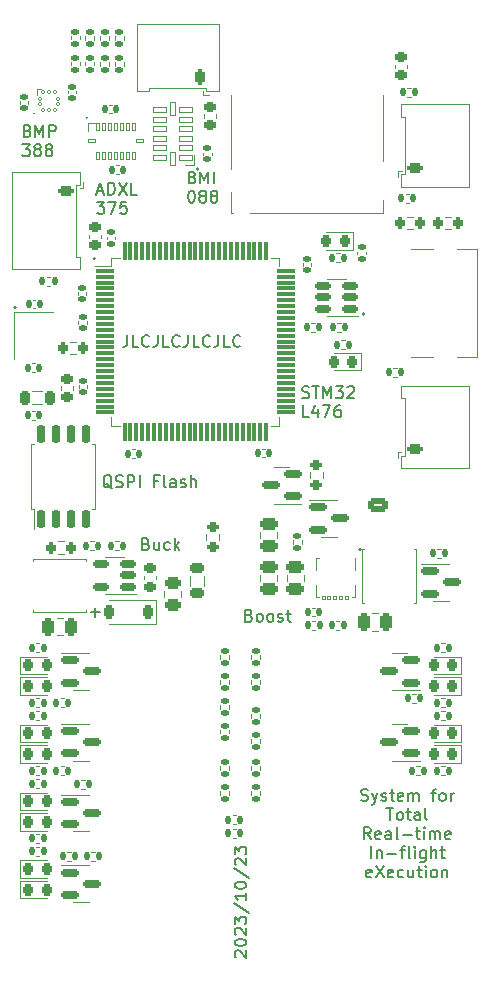
<source format=gto>
%TF.GenerationSoftware,KiCad,Pcbnew,7.0.2-0*%
%TF.CreationDate,2023-10-23T21:08:08-05:00*%
%TF.ProjectId,Flight Computer,466c6967-6874-4204-936f-6d7075746572,1.1*%
%TF.SameCoordinates,Original*%
%TF.FileFunction,Legend,Top*%
%TF.FilePolarity,Positive*%
%FSLAX46Y46*%
G04 Gerber Fmt 4.6, Leading zero omitted, Abs format (unit mm)*
G04 Created by KiCad (PCBNEW 7.0.2-0) date 2023-10-23 21:08:08*
%MOMM*%
%LPD*%
G01*
G04 APERTURE LIST*
G04 Aperture macros list*
%AMRoundRect*
0 Rectangle with rounded corners*
0 $1 Rounding radius*
0 $2 $3 $4 $5 $6 $7 $8 $9 X,Y pos of 4 corners*
0 Add a 4 corners polygon primitive as box body*
4,1,4,$2,$3,$4,$5,$6,$7,$8,$9,$2,$3,0*
0 Add four circle primitives for the rounded corners*
1,1,$1+$1,$2,$3*
1,1,$1+$1,$4,$5*
1,1,$1+$1,$6,$7*
1,1,$1+$1,$8,$9*
0 Add four rect primitives between the rounded corners*
20,1,$1+$1,$2,$3,$4,$5,0*
20,1,$1+$1,$4,$5,$6,$7,0*
20,1,$1+$1,$6,$7,$8,$9,0*
20,1,$1+$1,$8,$9,$2,$3,0*%
G04 Aperture macros list end*
%ADD10C,0.150000*%
%ADD11C,0.153000*%
%ADD12C,0.100000*%
%ADD13C,0.120000*%
%ADD14RoundRect,0.012500X0.125000X-0.112500X0.125000X0.112500X-0.125000X0.112500X-0.125000X-0.112500X0*%
%ADD15RoundRect,0.012500X0.112500X-0.125000X0.112500X0.125000X-0.112500X0.125000X-0.112500X-0.125000X0*%
%ADD16RoundRect,0.012500X0.112500X-0.325000X0.112500X0.325000X-0.112500X0.325000X-0.112500X-0.325000X0*%
%ADD17RoundRect,0.012500X0.325000X-0.112500X0.325000X0.112500X-0.325000X0.112500X-0.325000X-0.112500X0*%
%ADD18RoundRect,0.027500X0.545000X0.247500X-0.545000X0.247500X-0.545000X-0.247500X0.545000X-0.247500X0*%
%ADD19RoundRect,0.027500X0.247500X0.545000X-0.247500X0.545000X-0.247500X-0.545000X0.247500X-0.545000X0*%
%ADD20RoundRect,0.150000X-0.587500X-0.150000X0.587500X-0.150000X0.587500X0.150000X-0.587500X0.150000X0*%
%ADD21RoundRect,0.218750X-0.218750X-0.256250X0.218750X-0.256250X0.218750X0.256250X-0.218750X0.256250X0*%
%ADD22RoundRect,0.135000X-0.135000X-0.185000X0.135000X-0.185000X0.135000X0.185000X-0.135000X0.185000X0*%
%ADD23RoundRect,0.200000X-0.275000X0.200000X-0.275000X-0.200000X0.275000X-0.200000X0.275000X0.200000X0*%
%ADD24RoundRect,0.135000X-0.185000X0.135000X-0.185000X-0.135000X0.185000X-0.135000X0.185000X0.135000X0*%
%ADD25RoundRect,0.150000X0.587500X0.150000X-0.587500X0.150000X-0.587500X-0.150000X0.587500X-0.150000X0*%
%ADD26RoundRect,0.218750X0.218750X0.256250X-0.218750X0.256250X-0.218750X-0.256250X0.218750X-0.256250X0*%
%ADD27RoundRect,0.135000X0.185000X-0.135000X0.185000X0.135000X-0.185000X0.135000X-0.185000X-0.135000X0*%
%ADD28RoundRect,0.200000X0.200000X0.275000X-0.200000X0.275000X-0.200000X-0.275000X0.200000X-0.275000X0*%
%ADD29RoundRect,0.140000X0.140000X0.170000X-0.140000X0.170000X-0.140000X-0.170000X0.140000X-0.170000X0*%
%ADD30RoundRect,0.225000X-0.250000X0.225000X-0.250000X-0.225000X0.250000X-0.225000X0.250000X0.225000X0*%
%ADD31RoundRect,0.140000X-0.140000X-0.170000X0.140000X-0.170000X0.140000X0.170000X-0.140000X0.170000X0*%
%ADD32RoundRect,0.218750X-0.381250X0.218750X-0.381250X-0.218750X0.381250X-0.218750X0.381250X0.218750X0*%
%ADD33RoundRect,0.140000X-0.170000X0.140000X-0.170000X-0.140000X0.170000X-0.140000X0.170000X0.140000X0*%
%ADD34RoundRect,0.218750X0.218750X0.381250X-0.218750X0.381250X-0.218750X-0.381250X0.218750X-0.381250X0*%
%ADD35RoundRect,0.200000X0.450000X-0.200000X0.450000X0.200000X-0.450000X0.200000X-0.450000X-0.200000X0*%
%ADD36O,1.300000X0.800000*%
%ADD37RoundRect,0.140000X0.170000X-0.140000X0.170000X0.140000X-0.170000X0.140000X-0.170000X-0.140000X0*%
%ADD38RoundRect,0.135000X0.135000X0.185000X-0.135000X0.185000X-0.135000X-0.185000X0.135000X-0.185000X0*%
%ADD39RoundRect,0.075000X-0.725000X-0.075000X0.725000X-0.075000X0.725000X0.075000X-0.725000X0.075000X0*%
%ADD40RoundRect,0.075000X-0.075000X-0.725000X0.075000X-0.725000X0.075000X0.725000X-0.075000X0.725000X0*%
%ADD41RoundRect,0.225000X0.250000X-0.225000X0.250000X0.225000X-0.250000X0.225000X-0.250000X-0.225000X0*%
%ADD42RoundRect,0.200000X-0.200000X-0.275000X0.200000X-0.275000X0.200000X0.275000X-0.200000X0.275000X0*%
%ADD43C,0.650000*%
%ADD44R,1.240000X0.600000*%
%ADD45R,1.240000X0.300000*%
%ADD46O,2.100000X1.000000*%
%ADD47O,1.800000X1.000000*%
%ADD48RoundRect,0.200000X0.200000X0.450000X-0.200000X0.450000X-0.200000X-0.450000X0.200000X-0.450000X0*%
%ADD49O,0.800000X1.300000*%
%ADD50RoundRect,0.150000X0.512500X0.150000X-0.512500X0.150000X-0.512500X-0.150000X0.512500X-0.150000X0*%
%ADD51R,0.700000X1.750000*%
%ADD52R,1.450000X1.000000*%
%ADD53R,1.000000X1.550000*%
%ADD54R,0.800000X1.500000*%
%ADD55R,1.300000X1.500000*%
%ADD56R,1.500000X1.500000*%
%ADD57R,0.800000X1.400000*%
%ADD58RoundRect,0.200000X0.275000X-0.200000X0.275000X0.200000X-0.275000X0.200000X-0.275000X-0.200000X0*%
%ADD59RoundRect,0.250000X-0.250000X-0.475000X0.250000X-0.475000X0.250000X0.475000X-0.250000X0.475000X0*%
%ADD60R,1.200000X1.400000*%
%ADD61RoundRect,0.250000X-0.475000X0.250000X-0.475000X-0.250000X0.475000X-0.250000X0.475000X0.250000X0*%
%ADD62RoundRect,0.250000X0.475000X-0.250000X0.475000X0.250000X-0.475000X0.250000X-0.475000X-0.250000X0*%
%ADD63R,1.100000X3.700000*%
%ADD64R,3.700000X1.100000*%
%ADD65RoundRect,0.243750X0.456250X-0.243750X0.456250X0.243750X-0.456250X0.243750X-0.456250X-0.243750X0*%
%ADD66RoundRect,0.070000X-0.140000X0.140000X-0.140000X-0.140000X0.140000X-0.140000X0.140000X0.140000X0*%
%ADD67O,0.420000X0.990000*%
%ADD68C,0.600000*%
%ADD69R,1.050000X0.680000*%
%ADD70R,0.500000X0.260000*%
%ADD71R,0.700000X0.280000*%
%ADD72R,2.400000X1.650000*%
%ADD73RoundRect,0.200000X-0.450000X0.200000X-0.450000X-0.200000X0.450000X-0.200000X0.450000X0.200000X0*%
%ADD74RoundRect,0.150000X0.150000X-0.650000X0.150000X0.650000X-0.150000X0.650000X-0.150000X-0.650000X0*%
%ADD75RoundRect,0.225000X0.225000X0.375000X-0.225000X0.375000X-0.225000X-0.375000X0.225000X-0.375000X0*%
%ADD76RoundRect,0.250000X-0.625000X0.350000X-0.625000X-0.350000X0.625000X-0.350000X0.625000X0.350000X0*%
%ADD77O,1.750000X1.200000*%
%ADD78C,2.000000*%
%ADD79R,2.000000X2.000000*%
G04 APERTURE END LIST*
D10*
X90540000Y-26620000D02*
G75*
G03*
X90540000Y-26620000I-50000J0D01*
G01*
X86006056Y-26260000D02*
G75*
G03*
X86006056Y-26260000I-36056J0D01*
G01*
X99930623Y-30960000D02*
G75*
G03*
X99930623Y-30960000I-80623J0D01*
G01*
X91226158Y-38560000D02*
G75*
G03*
X91226158Y-38560000I-76158J0D01*
G01*
X84512111Y-42690000D02*
G75*
G03*
X84512111Y-42690000I-72111J0D01*
G01*
X113722111Y-63180000D02*
G75*
G03*
X113722111Y-63180000I-72111J0D01*
G01*
X114030623Y-43250000D02*
G75*
G03*
X114030623Y-43250000I-80623J0D01*
G01*
D11*
X113729047Y-84420000D02*
X113871904Y-84467619D01*
X113871904Y-84467619D02*
X114109999Y-84467619D01*
X114109999Y-84467619D02*
X114205237Y-84420000D01*
X114205237Y-84420000D02*
X114252856Y-84372380D01*
X114252856Y-84372380D02*
X114300475Y-84277142D01*
X114300475Y-84277142D02*
X114300475Y-84181904D01*
X114300475Y-84181904D02*
X114252856Y-84086666D01*
X114252856Y-84086666D02*
X114205237Y-84039047D01*
X114205237Y-84039047D02*
X114109999Y-83991428D01*
X114109999Y-83991428D02*
X113919523Y-83943809D01*
X113919523Y-83943809D02*
X113824285Y-83896190D01*
X113824285Y-83896190D02*
X113776666Y-83848571D01*
X113776666Y-83848571D02*
X113729047Y-83753333D01*
X113729047Y-83753333D02*
X113729047Y-83658095D01*
X113729047Y-83658095D02*
X113776666Y-83562857D01*
X113776666Y-83562857D02*
X113824285Y-83515238D01*
X113824285Y-83515238D02*
X113919523Y-83467619D01*
X113919523Y-83467619D02*
X114157618Y-83467619D01*
X114157618Y-83467619D02*
X114300475Y-83515238D01*
X114633809Y-83800952D02*
X114871904Y-84467619D01*
X115109999Y-83800952D02*
X114871904Y-84467619D01*
X114871904Y-84467619D02*
X114776666Y-84705714D01*
X114776666Y-84705714D02*
X114729047Y-84753333D01*
X114729047Y-84753333D02*
X114633809Y-84800952D01*
X115443333Y-84420000D02*
X115538571Y-84467619D01*
X115538571Y-84467619D02*
X115729047Y-84467619D01*
X115729047Y-84467619D02*
X115824285Y-84420000D01*
X115824285Y-84420000D02*
X115871904Y-84324761D01*
X115871904Y-84324761D02*
X115871904Y-84277142D01*
X115871904Y-84277142D02*
X115824285Y-84181904D01*
X115824285Y-84181904D02*
X115729047Y-84134285D01*
X115729047Y-84134285D02*
X115586190Y-84134285D01*
X115586190Y-84134285D02*
X115490952Y-84086666D01*
X115490952Y-84086666D02*
X115443333Y-83991428D01*
X115443333Y-83991428D02*
X115443333Y-83943809D01*
X115443333Y-83943809D02*
X115490952Y-83848571D01*
X115490952Y-83848571D02*
X115586190Y-83800952D01*
X115586190Y-83800952D02*
X115729047Y-83800952D01*
X115729047Y-83800952D02*
X115824285Y-83848571D01*
X116157619Y-83800952D02*
X116538571Y-83800952D01*
X116300476Y-83467619D02*
X116300476Y-84324761D01*
X116300476Y-84324761D02*
X116348095Y-84420000D01*
X116348095Y-84420000D02*
X116443333Y-84467619D01*
X116443333Y-84467619D02*
X116538571Y-84467619D01*
X117252857Y-84420000D02*
X117157619Y-84467619D01*
X117157619Y-84467619D02*
X116967143Y-84467619D01*
X116967143Y-84467619D02*
X116871905Y-84420000D01*
X116871905Y-84420000D02*
X116824286Y-84324761D01*
X116824286Y-84324761D02*
X116824286Y-83943809D01*
X116824286Y-83943809D02*
X116871905Y-83848571D01*
X116871905Y-83848571D02*
X116967143Y-83800952D01*
X116967143Y-83800952D02*
X117157619Y-83800952D01*
X117157619Y-83800952D02*
X117252857Y-83848571D01*
X117252857Y-83848571D02*
X117300476Y-83943809D01*
X117300476Y-83943809D02*
X117300476Y-84039047D01*
X117300476Y-84039047D02*
X116824286Y-84134285D01*
X117729048Y-84467619D02*
X117729048Y-83800952D01*
X117729048Y-83896190D02*
X117776667Y-83848571D01*
X117776667Y-83848571D02*
X117871905Y-83800952D01*
X117871905Y-83800952D02*
X118014762Y-83800952D01*
X118014762Y-83800952D02*
X118110000Y-83848571D01*
X118110000Y-83848571D02*
X118157619Y-83943809D01*
X118157619Y-83943809D02*
X118157619Y-84467619D01*
X118157619Y-83943809D02*
X118205238Y-83848571D01*
X118205238Y-83848571D02*
X118300476Y-83800952D01*
X118300476Y-83800952D02*
X118443333Y-83800952D01*
X118443333Y-83800952D02*
X118538572Y-83848571D01*
X118538572Y-83848571D02*
X118586191Y-83943809D01*
X118586191Y-83943809D02*
X118586191Y-84467619D01*
X119681429Y-83800952D02*
X120062381Y-83800952D01*
X119824286Y-84467619D02*
X119824286Y-83610476D01*
X119824286Y-83610476D02*
X119871905Y-83515238D01*
X119871905Y-83515238D02*
X119967143Y-83467619D01*
X119967143Y-83467619D02*
X120062381Y-83467619D01*
X120538572Y-84467619D02*
X120443334Y-84420000D01*
X120443334Y-84420000D02*
X120395715Y-84372380D01*
X120395715Y-84372380D02*
X120348096Y-84277142D01*
X120348096Y-84277142D02*
X120348096Y-83991428D01*
X120348096Y-83991428D02*
X120395715Y-83896190D01*
X120395715Y-83896190D02*
X120443334Y-83848571D01*
X120443334Y-83848571D02*
X120538572Y-83800952D01*
X120538572Y-83800952D02*
X120681429Y-83800952D01*
X120681429Y-83800952D02*
X120776667Y-83848571D01*
X120776667Y-83848571D02*
X120824286Y-83896190D01*
X120824286Y-83896190D02*
X120871905Y-83991428D01*
X120871905Y-83991428D02*
X120871905Y-84277142D01*
X120871905Y-84277142D02*
X120824286Y-84372380D01*
X120824286Y-84372380D02*
X120776667Y-84420000D01*
X120776667Y-84420000D02*
X120681429Y-84467619D01*
X120681429Y-84467619D02*
X120538572Y-84467619D01*
X121300477Y-84467619D02*
X121300477Y-83800952D01*
X121300477Y-83991428D02*
X121348096Y-83896190D01*
X121348096Y-83896190D02*
X121395715Y-83848571D01*
X121395715Y-83848571D02*
X121490953Y-83800952D01*
X121490953Y-83800952D02*
X121586191Y-83800952D01*
X115871904Y-85087619D02*
X116443332Y-85087619D01*
X116157618Y-86087619D02*
X116157618Y-85087619D01*
X116919523Y-86087619D02*
X116824285Y-86040000D01*
X116824285Y-86040000D02*
X116776666Y-85992380D01*
X116776666Y-85992380D02*
X116729047Y-85897142D01*
X116729047Y-85897142D02*
X116729047Y-85611428D01*
X116729047Y-85611428D02*
X116776666Y-85516190D01*
X116776666Y-85516190D02*
X116824285Y-85468571D01*
X116824285Y-85468571D02*
X116919523Y-85420952D01*
X116919523Y-85420952D02*
X117062380Y-85420952D01*
X117062380Y-85420952D02*
X117157618Y-85468571D01*
X117157618Y-85468571D02*
X117205237Y-85516190D01*
X117205237Y-85516190D02*
X117252856Y-85611428D01*
X117252856Y-85611428D02*
X117252856Y-85897142D01*
X117252856Y-85897142D02*
X117205237Y-85992380D01*
X117205237Y-85992380D02*
X117157618Y-86040000D01*
X117157618Y-86040000D02*
X117062380Y-86087619D01*
X117062380Y-86087619D02*
X116919523Y-86087619D01*
X117538571Y-85420952D02*
X117919523Y-85420952D01*
X117681428Y-85087619D02*
X117681428Y-85944761D01*
X117681428Y-85944761D02*
X117729047Y-86040000D01*
X117729047Y-86040000D02*
X117824285Y-86087619D01*
X117824285Y-86087619D02*
X117919523Y-86087619D01*
X118681428Y-86087619D02*
X118681428Y-85563809D01*
X118681428Y-85563809D02*
X118633809Y-85468571D01*
X118633809Y-85468571D02*
X118538571Y-85420952D01*
X118538571Y-85420952D02*
X118348095Y-85420952D01*
X118348095Y-85420952D02*
X118252857Y-85468571D01*
X118681428Y-86040000D02*
X118586190Y-86087619D01*
X118586190Y-86087619D02*
X118348095Y-86087619D01*
X118348095Y-86087619D02*
X118252857Y-86040000D01*
X118252857Y-86040000D02*
X118205238Y-85944761D01*
X118205238Y-85944761D02*
X118205238Y-85849523D01*
X118205238Y-85849523D02*
X118252857Y-85754285D01*
X118252857Y-85754285D02*
X118348095Y-85706666D01*
X118348095Y-85706666D02*
X118586190Y-85706666D01*
X118586190Y-85706666D02*
X118681428Y-85659047D01*
X119300476Y-86087619D02*
X119205238Y-86040000D01*
X119205238Y-86040000D02*
X119157619Y-85944761D01*
X119157619Y-85944761D02*
X119157619Y-85087619D01*
X114538571Y-87707619D02*
X114205238Y-87231428D01*
X113967143Y-87707619D02*
X113967143Y-86707619D01*
X113967143Y-86707619D02*
X114348095Y-86707619D01*
X114348095Y-86707619D02*
X114443333Y-86755238D01*
X114443333Y-86755238D02*
X114490952Y-86802857D01*
X114490952Y-86802857D02*
X114538571Y-86898095D01*
X114538571Y-86898095D02*
X114538571Y-87040952D01*
X114538571Y-87040952D02*
X114490952Y-87136190D01*
X114490952Y-87136190D02*
X114443333Y-87183809D01*
X114443333Y-87183809D02*
X114348095Y-87231428D01*
X114348095Y-87231428D02*
X113967143Y-87231428D01*
X115348095Y-87660000D02*
X115252857Y-87707619D01*
X115252857Y-87707619D02*
X115062381Y-87707619D01*
X115062381Y-87707619D02*
X114967143Y-87660000D01*
X114967143Y-87660000D02*
X114919524Y-87564761D01*
X114919524Y-87564761D02*
X114919524Y-87183809D01*
X114919524Y-87183809D02*
X114967143Y-87088571D01*
X114967143Y-87088571D02*
X115062381Y-87040952D01*
X115062381Y-87040952D02*
X115252857Y-87040952D01*
X115252857Y-87040952D02*
X115348095Y-87088571D01*
X115348095Y-87088571D02*
X115395714Y-87183809D01*
X115395714Y-87183809D02*
X115395714Y-87279047D01*
X115395714Y-87279047D02*
X114919524Y-87374285D01*
X116252857Y-87707619D02*
X116252857Y-87183809D01*
X116252857Y-87183809D02*
X116205238Y-87088571D01*
X116205238Y-87088571D02*
X116110000Y-87040952D01*
X116110000Y-87040952D02*
X115919524Y-87040952D01*
X115919524Y-87040952D02*
X115824286Y-87088571D01*
X116252857Y-87660000D02*
X116157619Y-87707619D01*
X116157619Y-87707619D02*
X115919524Y-87707619D01*
X115919524Y-87707619D02*
X115824286Y-87660000D01*
X115824286Y-87660000D02*
X115776667Y-87564761D01*
X115776667Y-87564761D02*
X115776667Y-87469523D01*
X115776667Y-87469523D02*
X115824286Y-87374285D01*
X115824286Y-87374285D02*
X115919524Y-87326666D01*
X115919524Y-87326666D02*
X116157619Y-87326666D01*
X116157619Y-87326666D02*
X116252857Y-87279047D01*
X116871905Y-87707619D02*
X116776667Y-87660000D01*
X116776667Y-87660000D02*
X116729048Y-87564761D01*
X116729048Y-87564761D02*
X116729048Y-86707619D01*
X117252858Y-87326666D02*
X118014763Y-87326666D01*
X118348096Y-87040952D02*
X118729048Y-87040952D01*
X118490953Y-86707619D02*
X118490953Y-87564761D01*
X118490953Y-87564761D02*
X118538572Y-87660000D01*
X118538572Y-87660000D02*
X118633810Y-87707619D01*
X118633810Y-87707619D02*
X118729048Y-87707619D01*
X119062382Y-87707619D02*
X119062382Y-87040952D01*
X119062382Y-86707619D02*
X119014763Y-86755238D01*
X119014763Y-86755238D02*
X119062382Y-86802857D01*
X119062382Y-86802857D02*
X119110001Y-86755238D01*
X119110001Y-86755238D02*
X119062382Y-86707619D01*
X119062382Y-86707619D02*
X119062382Y-86802857D01*
X119538572Y-87707619D02*
X119538572Y-87040952D01*
X119538572Y-87136190D02*
X119586191Y-87088571D01*
X119586191Y-87088571D02*
X119681429Y-87040952D01*
X119681429Y-87040952D02*
X119824286Y-87040952D01*
X119824286Y-87040952D02*
X119919524Y-87088571D01*
X119919524Y-87088571D02*
X119967143Y-87183809D01*
X119967143Y-87183809D02*
X119967143Y-87707619D01*
X119967143Y-87183809D02*
X120014762Y-87088571D01*
X120014762Y-87088571D02*
X120110000Y-87040952D01*
X120110000Y-87040952D02*
X120252857Y-87040952D01*
X120252857Y-87040952D02*
X120348096Y-87088571D01*
X120348096Y-87088571D02*
X120395715Y-87183809D01*
X120395715Y-87183809D02*
X120395715Y-87707619D01*
X121252857Y-87660000D02*
X121157619Y-87707619D01*
X121157619Y-87707619D02*
X120967143Y-87707619D01*
X120967143Y-87707619D02*
X120871905Y-87660000D01*
X120871905Y-87660000D02*
X120824286Y-87564761D01*
X120824286Y-87564761D02*
X120824286Y-87183809D01*
X120824286Y-87183809D02*
X120871905Y-87088571D01*
X120871905Y-87088571D02*
X120967143Y-87040952D01*
X120967143Y-87040952D02*
X121157619Y-87040952D01*
X121157619Y-87040952D02*
X121252857Y-87088571D01*
X121252857Y-87088571D02*
X121300476Y-87183809D01*
X121300476Y-87183809D02*
X121300476Y-87279047D01*
X121300476Y-87279047D02*
X120824286Y-87374285D01*
X114562381Y-89327619D02*
X114562381Y-88327619D01*
X115038571Y-88660952D02*
X115038571Y-89327619D01*
X115038571Y-88756190D02*
X115086190Y-88708571D01*
X115086190Y-88708571D02*
X115181428Y-88660952D01*
X115181428Y-88660952D02*
X115324285Y-88660952D01*
X115324285Y-88660952D02*
X115419523Y-88708571D01*
X115419523Y-88708571D02*
X115467142Y-88803809D01*
X115467142Y-88803809D02*
X115467142Y-89327619D01*
X115943333Y-88946666D02*
X116705238Y-88946666D01*
X117038571Y-88660952D02*
X117419523Y-88660952D01*
X117181428Y-89327619D02*
X117181428Y-88470476D01*
X117181428Y-88470476D02*
X117229047Y-88375238D01*
X117229047Y-88375238D02*
X117324285Y-88327619D01*
X117324285Y-88327619D02*
X117419523Y-88327619D01*
X117895714Y-89327619D02*
X117800476Y-89280000D01*
X117800476Y-89280000D02*
X117752857Y-89184761D01*
X117752857Y-89184761D02*
X117752857Y-88327619D01*
X118276667Y-89327619D02*
X118276667Y-88660952D01*
X118276667Y-88327619D02*
X118229048Y-88375238D01*
X118229048Y-88375238D02*
X118276667Y-88422857D01*
X118276667Y-88422857D02*
X118324286Y-88375238D01*
X118324286Y-88375238D02*
X118276667Y-88327619D01*
X118276667Y-88327619D02*
X118276667Y-88422857D01*
X119181428Y-88660952D02*
X119181428Y-89470476D01*
X119181428Y-89470476D02*
X119133809Y-89565714D01*
X119133809Y-89565714D02*
X119086190Y-89613333D01*
X119086190Y-89613333D02*
X118990952Y-89660952D01*
X118990952Y-89660952D02*
X118848095Y-89660952D01*
X118848095Y-89660952D02*
X118752857Y-89613333D01*
X119181428Y-89280000D02*
X119086190Y-89327619D01*
X119086190Y-89327619D02*
X118895714Y-89327619D01*
X118895714Y-89327619D02*
X118800476Y-89280000D01*
X118800476Y-89280000D02*
X118752857Y-89232380D01*
X118752857Y-89232380D02*
X118705238Y-89137142D01*
X118705238Y-89137142D02*
X118705238Y-88851428D01*
X118705238Y-88851428D02*
X118752857Y-88756190D01*
X118752857Y-88756190D02*
X118800476Y-88708571D01*
X118800476Y-88708571D02*
X118895714Y-88660952D01*
X118895714Y-88660952D02*
X119086190Y-88660952D01*
X119086190Y-88660952D02*
X119181428Y-88708571D01*
X119657619Y-89327619D02*
X119657619Y-88327619D01*
X120086190Y-89327619D02*
X120086190Y-88803809D01*
X120086190Y-88803809D02*
X120038571Y-88708571D01*
X120038571Y-88708571D02*
X119943333Y-88660952D01*
X119943333Y-88660952D02*
X119800476Y-88660952D01*
X119800476Y-88660952D02*
X119705238Y-88708571D01*
X119705238Y-88708571D02*
X119657619Y-88756190D01*
X120419524Y-88660952D02*
X120800476Y-88660952D01*
X120562381Y-88327619D02*
X120562381Y-89184761D01*
X120562381Y-89184761D02*
X120610000Y-89280000D01*
X120610000Y-89280000D02*
X120705238Y-89327619D01*
X120705238Y-89327619D02*
X120800476Y-89327619D01*
X114586190Y-90900000D02*
X114490952Y-90947619D01*
X114490952Y-90947619D02*
X114300476Y-90947619D01*
X114300476Y-90947619D02*
X114205238Y-90900000D01*
X114205238Y-90900000D02*
X114157619Y-90804761D01*
X114157619Y-90804761D02*
X114157619Y-90423809D01*
X114157619Y-90423809D02*
X114205238Y-90328571D01*
X114205238Y-90328571D02*
X114300476Y-90280952D01*
X114300476Y-90280952D02*
X114490952Y-90280952D01*
X114490952Y-90280952D02*
X114586190Y-90328571D01*
X114586190Y-90328571D02*
X114633809Y-90423809D01*
X114633809Y-90423809D02*
X114633809Y-90519047D01*
X114633809Y-90519047D02*
X114157619Y-90614285D01*
X114967143Y-89947619D02*
X115633809Y-90947619D01*
X115633809Y-89947619D02*
X114967143Y-90947619D01*
X116395714Y-90900000D02*
X116300476Y-90947619D01*
X116300476Y-90947619D02*
X116110000Y-90947619D01*
X116110000Y-90947619D02*
X116014762Y-90900000D01*
X116014762Y-90900000D02*
X115967143Y-90804761D01*
X115967143Y-90804761D02*
X115967143Y-90423809D01*
X115967143Y-90423809D02*
X116014762Y-90328571D01*
X116014762Y-90328571D02*
X116110000Y-90280952D01*
X116110000Y-90280952D02*
X116300476Y-90280952D01*
X116300476Y-90280952D02*
X116395714Y-90328571D01*
X116395714Y-90328571D02*
X116443333Y-90423809D01*
X116443333Y-90423809D02*
X116443333Y-90519047D01*
X116443333Y-90519047D02*
X115967143Y-90614285D01*
X117300476Y-90900000D02*
X117205238Y-90947619D01*
X117205238Y-90947619D02*
X117014762Y-90947619D01*
X117014762Y-90947619D02*
X116919524Y-90900000D01*
X116919524Y-90900000D02*
X116871905Y-90852380D01*
X116871905Y-90852380D02*
X116824286Y-90757142D01*
X116824286Y-90757142D02*
X116824286Y-90471428D01*
X116824286Y-90471428D02*
X116871905Y-90376190D01*
X116871905Y-90376190D02*
X116919524Y-90328571D01*
X116919524Y-90328571D02*
X117014762Y-90280952D01*
X117014762Y-90280952D02*
X117205238Y-90280952D01*
X117205238Y-90280952D02*
X117300476Y-90328571D01*
X118157619Y-90280952D02*
X118157619Y-90947619D01*
X117729048Y-90280952D02*
X117729048Y-90804761D01*
X117729048Y-90804761D02*
X117776667Y-90900000D01*
X117776667Y-90900000D02*
X117871905Y-90947619D01*
X117871905Y-90947619D02*
X118014762Y-90947619D01*
X118014762Y-90947619D02*
X118110000Y-90900000D01*
X118110000Y-90900000D02*
X118157619Y-90852380D01*
X118490953Y-90280952D02*
X118871905Y-90280952D01*
X118633810Y-89947619D02*
X118633810Y-90804761D01*
X118633810Y-90804761D02*
X118681429Y-90900000D01*
X118681429Y-90900000D02*
X118776667Y-90947619D01*
X118776667Y-90947619D02*
X118871905Y-90947619D01*
X119205239Y-90947619D02*
X119205239Y-90280952D01*
X119205239Y-89947619D02*
X119157620Y-89995238D01*
X119157620Y-89995238D02*
X119205239Y-90042857D01*
X119205239Y-90042857D02*
X119252858Y-89995238D01*
X119252858Y-89995238D02*
X119205239Y-89947619D01*
X119205239Y-89947619D02*
X119205239Y-90042857D01*
X119824286Y-90947619D02*
X119729048Y-90900000D01*
X119729048Y-90900000D02*
X119681429Y-90852380D01*
X119681429Y-90852380D02*
X119633810Y-90757142D01*
X119633810Y-90757142D02*
X119633810Y-90471428D01*
X119633810Y-90471428D02*
X119681429Y-90376190D01*
X119681429Y-90376190D02*
X119729048Y-90328571D01*
X119729048Y-90328571D02*
X119824286Y-90280952D01*
X119824286Y-90280952D02*
X119967143Y-90280952D01*
X119967143Y-90280952D02*
X120062381Y-90328571D01*
X120062381Y-90328571D02*
X120110000Y-90376190D01*
X120110000Y-90376190D02*
X120157619Y-90471428D01*
X120157619Y-90471428D02*
X120157619Y-90757142D01*
X120157619Y-90757142D02*
X120110000Y-90852380D01*
X120110000Y-90852380D02*
X120062381Y-90900000D01*
X120062381Y-90900000D02*
X119967143Y-90947619D01*
X119967143Y-90947619D02*
X119824286Y-90947619D01*
X120586191Y-90280952D02*
X120586191Y-90947619D01*
X120586191Y-90376190D02*
X120633810Y-90328571D01*
X120633810Y-90328571D02*
X120729048Y-90280952D01*
X120729048Y-90280952D02*
X120871905Y-90280952D01*
X120871905Y-90280952D02*
X120967143Y-90328571D01*
X120967143Y-90328571D02*
X121014762Y-90423809D01*
X121014762Y-90423809D02*
X121014762Y-90947619D01*
X92634761Y-58012857D02*
X92539523Y-57965238D01*
X92539523Y-57965238D02*
X92444285Y-57870000D01*
X92444285Y-57870000D02*
X92301428Y-57727142D01*
X92301428Y-57727142D02*
X92206190Y-57679523D01*
X92206190Y-57679523D02*
X92110952Y-57679523D01*
X92158571Y-57917619D02*
X92063333Y-57870000D01*
X92063333Y-57870000D02*
X91968095Y-57774761D01*
X91968095Y-57774761D02*
X91920476Y-57584285D01*
X91920476Y-57584285D02*
X91920476Y-57250952D01*
X91920476Y-57250952D02*
X91968095Y-57060476D01*
X91968095Y-57060476D02*
X92063333Y-56965238D01*
X92063333Y-56965238D02*
X92158571Y-56917619D01*
X92158571Y-56917619D02*
X92349047Y-56917619D01*
X92349047Y-56917619D02*
X92444285Y-56965238D01*
X92444285Y-56965238D02*
X92539523Y-57060476D01*
X92539523Y-57060476D02*
X92587142Y-57250952D01*
X92587142Y-57250952D02*
X92587142Y-57584285D01*
X92587142Y-57584285D02*
X92539523Y-57774761D01*
X92539523Y-57774761D02*
X92444285Y-57870000D01*
X92444285Y-57870000D02*
X92349047Y-57917619D01*
X92349047Y-57917619D02*
X92158571Y-57917619D01*
X92968095Y-57870000D02*
X93110952Y-57917619D01*
X93110952Y-57917619D02*
X93349047Y-57917619D01*
X93349047Y-57917619D02*
X93444285Y-57870000D01*
X93444285Y-57870000D02*
X93491904Y-57822380D01*
X93491904Y-57822380D02*
X93539523Y-57727142D01*
X93539523Y-57727142D02*
X93539523Y-57631904D01*
X93539523Y-57631904D02*
X93491904Y-57536666D01*
X93491904Y-57536666D02*
X93444285Y-57489047D01*
X93444285Y-57489047D02*
X93349047Y-57441428D01*
X93349047Y-57441428D02*
X93158571Y-57393809D01*
X93158571Y-57393809D02*
X93063333Y-57346190D01*
X93063333Y-57346190D02*
X93015714Y-57298571D01*
X93015714Y-57298571D02*
X92968095Y-57203333D01*
X92968095Y-57203333D02*
X92968095Y-57108095D01*
X92968095Y-57108095D02*
X93015714Y-57012857D01*
X93015714Y-57012857D02*
X93063333Y-56965238D01*
X93063333Y-56965238D02*
X93158571Y-56917619D01*
X93158571Y-56917619D02*
X93396666Y-56917619D01*
X93396666Y-56917619D02*
X93539523Y-56965238D01*
X93968095Y-57917619D02*
X93968095Y-56917619D01*
X93968095Y-56917619D02*
X94349047Y-56917619D01*
X94349047Y-56917619D02*
X94444285Y-56965238D01*
X94444285Y-56965238D02*
X94491904Y-57012857D01*
X94491904Y-57012857D02*
X94539523Y-57108095D01*
X94539523Y-57108095D02*
X94539523Y-57250952D01*
X94539523Y-57250952D02*
X94491904Y-57346190D01*
X94491904Y-57346190D02*
X94444285Y-57393809D01*
X94444285Y-57393809D02*
X94349047Y-57441428D01*
X94349047Y-57441428D02*
X93968095Y-57441428D01*
X94968095Y-57917619D02*
X94968095Y-56917619D01*
X96539523Y-57393809D02*
X96206190Y-57393809D01*
X96206190Y-57917619D02*
X96206190Y-56917619D01*
X96206190Y-56917619D02*
X96682380Y-56917619D01*
X97206190Y-57917619D02*
X97110952Y-57870000D01*
X97110952Y-57870000D02*
X97063333Y-57774761D01*
X97063333Y-57774761D02*
X97063333Y-56917619D01*
X98015714Y-57917619D02*
X98015714Y-57393809D01*
X98015714Y-57393809D02*
X97968095Y-57298571D01*
X97968095Y-57298571D02*
X97872857Y-57250952D01*
X97872857Y-57250952D02*
X97682381Y-57250952D01*
X97682381Y-57250952D02*
X97587143Y-57298571D01*
X98015714Y-57870000D02*
X97920476Y-57917619D01*
X97920476Y-57917619D02*
X97682381Y-57917619D01*
X97682381Y-57917619D02*
X97587143Y-57870000D01*
X97587143Y-57870000D02*
X97539524Y-57774761D01*
X97539524Y-57774761D02*
X97539524Y-57679523D01*
X97539524Y-57679523D02*
X97587143Y-57584285D01*
X97587143Y-57584285D02*
X97682381Y-57536666D01*
X97682381Y-57536666D02*
X97920476Y-57536666D01*
X97920476Y-57536666D02*
X98015714Y-57489047D01*
X98444286Y-57870000D02*
X98539524Y-57917619D01*
X98539524Y-57917619D02*
X98730000Y-57917619D01*
X98730000Y-57917619D02*
X98825238Y-57870000D01*
X98825238Y-57870000D02*
X98872857Y-57774761D01*
X98872857Y-57774761D02*
X98872857Y-57727142D01*
X98872857Y-57727142D02*
X98825238Y-57631904D01*
X98825238Y-57631904D02*
X98730000Y-57584285D01*
X98730000Y-57584285D02*
X98587143Y-57584285D01*
X98587143Y-57584285D02*
X98491905Y-57536666D01*
X98491905Y-57536666D02*
X98444286Y-57441428D01*
X98444286Y-57441428D02*
X98444286Y-57393809D01*
X98444286Y-57393809D02*
X98491905Y-57298571D01*
X98491905Y-57298571D02*
X98587143Y-57250952D01*
X98587143Y-57250952D02*
X98730000Y-57250952D01*
X98730000Y-57250952D02*
X98825238Y-57298571D01*
X99301429Y-57917619D02*
X99301429Y-56917619D01*
X99730000Y-57917619D02*
X99730000Y-57393809D01*
X99730000Y-57393809D02*
X99682381Y-57298571D01*
X99682381Y-57298571D02*
X99587143Y-57250952D01*
X99587143Y-57250952D02*
X99444286Y-57250952D01*
X99444286Y-57250952D02*
X99349048Y-57298571D01*
X99349048Y-57298571D02*
X99301429Y-57346190D01*
X104251428Y-68773809D02*
X104394285Y-68821428D01*
X104394285Y-68821428D02*
X104441904Y-68869047D01*
X104441904Y-68869047D02*
X104489523Y-68964285D01*
X104489523Y-68964285D02*
X104489523Y-69107142D01*
X104489523Y-69107142D02*
X104441904Y-69202380D01*
X104441904Y-69202380D02*
X104394285Y-69250000D01*
X104394285Y-69250000D02*
X104299047Y-69297619D01*
X104299047Y-69297619D02*
X103918095Y-69297619D01*
X103918095Y-69297619D02*
X103918095Y-68297619D01*
X103918095Y-68297619D02*
X104251428Y-68297619D01*
X104251428Y-68297619D02*
X104346666Y-68345238D01*
X104346666Y-68345238D02*
X104394285Y-68392857D01*
X104394285Y-68392857D02*
X104441904Y-68488095D01*
X104441904Y-68488095D02*
X104441904Y-68583333D01*
X104441904Y-68583333D02*
X104394285Y-68678571D01*
X104394285Y-68678571D02*
X104346666Y-68726190D01*
X104346666Y-68726190D02*
X104251428Y-68773809D01*
X104251428Y-68773809D02*
X103918095Y-68773809D01*
X105060952Y-69297619D02*
X104965714Y-69250000D01*
X104965714Y-69250000D02*
X104918095Y-69202380D01*
X104918095Y-69202380D02*
X104870476Y-69107142D01*
X104870476Y-69107142D02*
X104870476Y-68821428D01*
X104870476Y-68821428D02*
X104918095Y-68726190D01*
X104918095Y-68726190D02*
X104965714Y-68678571D01*
X104965714Y-68678571D02*
X105060952Y-68630952D01*
X105060952Y-68630952D02*
X105203809Y-68630952D01*
X105203809Y-68630952D02*
X105299047Y-68678571D01*
X105299047Y-68678571D02*
X105346666Y-68726190D01*
X105346666Y-68726190D02*
X105394285Y-68821428D01*
X105394285Y-68821428D02*
X105394285Y-69107142D01*
X105394285Y-69107142D02*
X105346666Y-69202380D01*
X105346666Y-69202380D02*
X105299047Y-69250000D01*
X105299047Y-69250000D02*
X105203809Y-69297619D01*
X105203809Y-69297619D02*
X105060952Y-69297619D01*
X105965714Y-69297619D02*
X105870476Y-69250000D01*
X105870476Y-69250000D02*
X105822857Y-69202380D01*
X105822857Y-69202380D02*
X105775238Y-69107142D01*
X105775238Y-69107142D02*
X105775238Y-68821428D01*
X105775238Y-68821428D02*
X105822857Y-68726190D01*
X105822857Y-68726190D02*
X105870476Y-68678571D01*
X105870476Y-68678571D02*
X105965714Y-68630952D01*
X105965714Y-68630952D02*
X106108571Y-68630952D01*
X106108571Y-68630952D02*
X106203809Y-68678571D01*
X106203809Y-68678571D02*
X106251428Y-68726190D01*
X106251428Y-68726190D02*
X106299047Y-68821428D01*
X106299047Y-68821428D02*
X106299047Y-69107142D01*
X106299047Y-69107142D02*
X106251428Y-69202380D01*
X106251428Y-69202380D02*
X106203809Y-69250000D01*
X106203809Y-69250000D02*
X106108571Y-69297619D01*
X106108571Y-69297619D02*
X105965714Y-69297619D01*
X106680000Y-69250000D02*
X106775238Y-69297619D01*
X106775238Y-69297619D02*
X106965714Y-69297619D01*
X106965714Y-69297619D02*
X107060952Y-69250000D01*
X107060952Y-69250000D02*
X107108571Y-69154761D01*
X107108571Y-69154761D02*
X107108571Y-69107142D01*
X107108571Y-69107142D02*
X107060952Y-69011904D01*
X107060952Y-69011904D02*
X106965714Y-68964285D01*
X106965714Y-68964285D02*
X106822857Y-68964285D01*
X106822857Y-68964285D02*
X106727619Y-68916666D01*
X106727619Y-68916666D02*
X106680000Y-68821428D01*
X106680000Y-68821428D02*
X106680000Y-68773809D01*
X106680000Y-68773809D02*
X106727619Y-68678571D01*
X106727619Y-68678571D02*
X106822857Y-68630952D01*
X106822857Y-68630952D02*
X106965714Y-68630952D01*
X106965714Y-68630952D02*
X107060952Y-68678571D01*
X107394286Y-68630952D02*
X107775238Y-68630952D01*
X107537143Y-68297619D02*
X107537143Y-69154761D01*
X107537143Y-69154761D02*
X107584762Y-69250000D01*
X107584762Y-69250000D02*
X107680000Y-69297619D01*
X107680000Y-69297619D02*
X107775238Y-69297619D01*
X90828095Y-68486666D02*
X91590000Y-68486666D01*
X91209047Y-68867619D02*
X91209047Y-68105714D01*
X108750476Y-50320000D02*
X108893333Y-50367619D01*
X108893333Y-50367619D02*
X109131428Y-50367619D01*
X109131428Y-50367619D02*
X109226666Y-50320000D01*
X109226666Y-50320000D02*
X109274285Y-50272380D01*
X109274285Y-50272380D02*
X109321904Y-50177142D01*
X109321904Y-50177142D02*
X109321904Y-50081904D01*
X109321904Y-50081904D02*
X109274285Y-49986666D01*
X109274285Y-49986666D02*
X109226666Y-49939047D01*
X109226666Y-49939047D02*
X109131428Y-49891428D01*
X109131428Y-49891428D02*
X108940952Y-49843809D01*
X108940952Y-49843809D02*
X108845714Y-49796190D01*
X108845714Y-49796190D02*
X108798095Y-49748571D01*
X108798095Y-49748571D02*
X108750476Y-49653333D01*
X108750476Y-49653333D02*
X108750476Y-49558095D01*
X108750476Y-49558095D02*
X108798095Y-49462857D01*
X108798095Y-49462857D02*
X108845714Y-49415238D01*
X108845714Y-49415238D02*
X108940952Y-49367619D01*
X108940952Y-49367619D02*
X109179047Y-49367619D01*
X109179047Y-49367619D02*
X109321904Y-49415238D01*
X109607619Y-49367619D02*
X110179047Y-49367619D01*
X109893333Y-50367619D02*
X109893333Y-49367619D01*
X110512381Y-50367619D02*
X110512381Y-49367619D01*
X110512381Y-49367619D02*
X110845714Y-50081904D01*
X110845714Y-50081904D02*
X111179047Y-49367619D01*
X111179047Y-49367619D02*
X111179047Y-50367619D01*
X111560000Y-49367619D02*
X112179047Y-49367619D01*
X112179047Y-49367619D02*
X111845714Y-49748571D01*
X111845714Y-49748571D02*
X111988571Y-49748571D01*
X111988571Y-49748571D02*
X112083809Y-49796190D01*
X112083809Y-49796190D02*
X112131428Y-49843809D01*
X112131428Y-49843809D02*
X112179047Y-49939047D01*
X112179047Y-49939047D02*
X112179047Y-50177142D01*
X112179047Y-50177142D02*
X112131428Y-50272380D01*
X112131428Y-50272380D02*
X112083809Y-50320000D01*
X112083809Y-50320000D02*
X111988571Y-50367619D01*
X111988571Y-50367619D02*
X111702857Y-50367619D01*
X111702857Y-50367619D02*
X111607619Y-50320000D01*
X111607619Y-50320000D02*
X111560000Y-50272380D01*
X112560000Y-49462857D02*
X112607619Y-49415238D01*
X112607619Y-49415238D02*
X112702857Y-49367619D01*
X112702857Y-49367619D02*
X112940952Y-49367619D01*
X112940952Y-49367619D02*
X113036190Y-49415238D01*
X113036190Y-49415238D02*
X113083809Y-49462857D01*
X113083809Y-49462857D02*
X113131428Y-49558095D01*
X113131428Y-49558095D02*
X113131428Y-49653333D01*
X113131428Y-49653333D02*
X113083809Y-49796190D01*
X113083809Y-49796190D02*
X112512381Y-50367619D01*
X112512381Y-50367619D02*
X113131428Y-50367619D01*
X109274285Y-51987619D02*
X108798095Y-51987619D01*
X108798095Y-51987619D02*
X108798095Y-50987619D01*
X110036190Y-51320952D02*
X110036190Y-51987619D01*
X109798095Y-50940000D02*
X109560000Y-51654285D01*
X109560000Y-51654285D02*
X110179047Y-51654285D01*
X110464762Y-50987619D02*
X111131428Y-50987619D01*
X111131428Y-50987619D02*
X110702857Y-51987619D01*
X111940952Y-50987619D02*
X111750476Y-50987619D01*
X111750476Y-50987619D02*
X111655238Y-51035238D01*
X111655238Y-51035238D02*
X111607619Y-51082857D01*
X111607619Y-51082857D02*
X111512381Y-51225714D01*
X111512381Y-51225714D02*
X111464762Y-51416190D01*
X111464762Y-51416190D02*
X111464762Y-51797142D01*
X111464762Y-51797142D02*
X111512381Y-51892380D01*
X111512381Y-51892380D02*
X111560000Y-51940000D01*
X111560000Y-51940000D02*
X111655238Y-51987619D01*
X111655238Y-51987619D02*
X111845714Y-51987619D01*
X111845714Y-51987619D02*
X111940952Y-51940000D01*
X111940952Y-51940000D02*
X111988571Y-51892380D01*
X111988571Y-51892380D02*
X112036190Y-51797142D01*
X112036190Y-51797142D02*
X112036190Y-51559047D01*
X112036190Y-51559047D02*
X111988571Y-51463809D01*
X111988571Y-51463809D02*
X111940952Y-51416190D01*
X111940952Y-51416190D02*
X111845714Y-51368571D01*
X111845714Y-51368571D02*
X111655238Y-51368571D01*
X111655238Y-51368571D02*
X111560000Y-51416190D01*
X111560000Y-51416190D02*
X111512381Y-51463809D01*
X111512381Y-51463809D02*
X111464762Y-51559047D01*
X85481428Y-27733809D02*
X85624285Y-27781428D01*
X85624285Y-27781428D02*
X85671904Y-27829047D01*
X85671904Y-27829047D02*
X85719523Y-27924285D01*
X85719523Y-27924285D02*
X85719523Y-28067142D01*
X85719523Y-28067142D02*
X85671904Y-28162380D01*
X85671904Y-28162380D02*
X85624285Y-28210000D01*
X85624285Y-28210000D02*
X85529047Y-28257619D01*
X85529047Y-28257619D02*
X85148095Y-28257619D01*
X85148095Y-28257619D02*
X85148095Y-27257619D01*
X85148095Y-27257619D02*
X85481428Y-27257619D01*
X85481428Y-27257619D02*
X85576666Y-27305238D01*
X85576666Y-27305238D02*
X85624285Y-27352857D01*
X85624285Y-27352857D02*
X85671904Y-27448095D01*
X85671904Y-27448095D02*
X85671904Y-27543333D01*
X85671904Y-27543333D02*
X85624285Y-27638571D01*
X85624285Y-27638571D02*
X85576666Y-27686190D01*
X85576666Y-27686190D02*
X85481428Y-27733809D01*
X85481428Y-27733809D02*
X85148095Y-27733809D01*
X86148095Y-28257619D02*
X86148095Y-27257619D01*
X86148095Y-27257619D02*
X86481428Y-27971904D01*
X86481428Y-27971904D02*
X86814761Y-27257619D01*
X86814761Y-27257619D02*
X86814761Y-28257619D01*
X87290952Y-28257619D02*
X87290952Y-27257619D01*
X87290952Y-27257619D02*
X87671904Y-27257619D01*
X87671904Y-27257619D02*
X87767142Y-27305238D01*
X87767142Y-27305238D02*
X87814761Y-27352857D01*
X87814761Y-27352857D02*
X87862380Y-27448095D01*
X87862380Y-27448095D02*
X87862380Y-27590952D01*
X87862380Y-27590952D02*
X87814761Y-27686190D01*
X87814761Y-27686190D02*
X87767142Y-27733809D01*
X87767142Y-27733809D02*
X87671904Y-27781428D01*
X87671904Y-27781428D02*
X87290952Y-27781428D01*
X85052857Y-28877619D02*
X85671904Y-28877619D01*
X85671904Y-28877619D02*
X85338571Y-29258571D01*
X85338571Y-29258571D02*
X85481428Y-29258571D01*
X85481428Y-29258571D02*
X85576666Y-29306190D01*
X85576666Y-29306190D02*
X85624285Y-29353809D01*
X85624285Y-29353809D02*
X85671904Y-29449047D01*
X85671904Y-29449047D02*
X85671904Y-29687142D01*
X85671904Y-29687142D02*
X85624285Y-29782380D01*
X85624285Y-29782380D02*
X85576666Y-29830000D01*
X85576666Y-29830000D02*
X85481428Y-29877619D01*
X85481428Y-29877619D02*
X85195714Y-29877619D01*
X85195714Y-29877619D02*
X85100476Y-29830000D01*
X85100476Y-29830000D02*
X85052857Y-29782380D01*
X86243333Y-29306190D02*
X86148095Y-29258571D01*
X86148095Y-29258571D02*
X86100476Y-29210952D01*
X86100476Y-29210952D02*
X86052857Y-29115714D01*
X86052857Y-29115714D02*
X86052857Y-29068095D01*
X86052857Y-29068095D02*
X86100476Y-28972857D01*
X86100476Y-28972857D02*
X86148095Y-28925238D01*
X86148095Y-28925238D02*
X86243333Y-28877619D01*
X86243333Y-28877619D02*
X86433809Y-28877619D01*
X86433809Y-28877619D02*
X86529047Y-28925238D01*
X86529047Y-28925238D02*
X86576666Y-28972857D01*
X86576666Y-28972857D02*
X86624285Y-29068095D01*
X86624285Y-29068095D02*
X86624285Y-29115714D01*
X86624285Y-29115714D02*
X86576666Y-29210952D01*
X86576666Y-29210952D02*
X86529047Y-29258571D01*
X86529047Y-29258571D02*
X86433809Y-29306190D01*
X86433809Y-29306190D02*
X86243333Y-29306190D01*
X86243333Y-29306190D02*
X86148095Y-29353809D01*
X86148095Y-29353809D02*
X86100476Y-29401428D01*
X86100476Y-29401428D02*
X86052857Y-29496666D01*
X86052857Y-29496666D02*
X86052857Y-29687142D01*
X86052857Y-29687142D02*
X86100476Y-29782380D01*
X86100476Y-29782380D02*
X86148095Y-29830000D01*
X86148095Y-29830000D02*
X86243333Y-29877619D01*
X86243333Y-29877619D02*
X86433809Y-29877619D01*
X86433809Y-29877619D02*
X86529047Y-29830000D01*
X86529047Y-29830000D02*
X86576666Y-29782380D01*
X86576666Y-29782380D02*
X86624285Y-29687142D01*
X86624285Y-29687142D02*
X86624285Y-29496666D01*
X86624285Y-29496666D02*
X86576666Y-29401428D01*
X86576666Y-29401428D02*
X86529047Y-29353809D01*
X86529047Y-29353809D02*
X86433809Y-29306190D01*
X87195714Y-29306190D02*
X87100476Y-29258571D01*
X87100476Y-29258571D02*
X87052857Y-29210952D01*
X87052857Y-29210952D02*
X87005238Y-29115714D01*
X87005238Y-29115714D02*
X87005238Y-29068095D01*
X87005238Y-29068095D02*
X87052857Y-28972857D01*
X87052857Y-28972857D02*
X87100476Y-28925238D01*
X87100476Y-28925238D02*
X87195714Y-28877619D01*
X87195714Y-28877619D02*
X87386190Y-28877619D01*
X87386190Y-28877619D02*
X87481428Y-28925238D01*
X87481428Y-28925238D02*
X87529047Y-28972857D01*
X87529047Y-28972857D02*
X87576666Y-29068095D01*
X87576666Y-29068095D02*
X87576666Y-29115714D01*
X87576666Y-29115714D02*
X87529047Y-29210952D01*
X87529047Y-29210952D02*
X87481428Y-29258571D01*
X87481428Y-29258571D02*
X87386190Y-29306190D01*
X87386190Y-29306190D02*
X87195714Y-29306190D01*
X87195714Y-29306190D02*
X87100476Y-29353809D01*
X87100476Y-29353809D02*
X87052857Y-29401428D01*
X87052857Y-29401428D02*
X87005238Y-29496666D01*
X87005238Y-29496666D02*
X87005238Y-29687142D01*
X87005238Y-29687142D02*
X87052857Y-29782380D01*
X87052857Y-29782380D02*
X87100476Y-29830000D01*
X87100476Y-29830000D02*
X87195714Y-29877619D01*
X87195714Y-29877619D02*
X87386190Y-29877619D01*
X87386190Y-29877619D02*
X87481428Y-29830000D01*
X87481428Y-29830000D02*
X87529047Y-29782380D01*
X87529047Y-29782380D02*
X87576666Y-29687142D01*
X87576666Y-29687142D02*
X87576666Y-29496666D01*
X87576666Y-29496666D02*
X87529047Y-29401428D01*
X87529047Y-29401428D02*
X87481428Y-29353809D01*
X87481428Y-29353809D02*
X87386190Y-29306190D01*
X93923809Y-45027619D02*
X93923809Y-45741904D01*
X93923809Y-45741904D02*
X93876190Y-45884761D01*
X93876190Y-45884761D02*
X93780952Y-45980000D01*
X93780952Y-45980000D02*
X93638095Y-46027619D01*
X93638095Y-46027619D02*
X93542857Y-46027619D01*
X94876190Y-46027619D02*
X94400000Y-46027619D01*
X94400000Y-46027619D02*
X94400000Y-45027619D01*
X95780952Y-45932380D02*
X95733333Y-45980000D01*
X95733333Y-45980000D02*
X95590476Y-46027619D01*
X95590476Y-46027619D02*
X95495238Y-46027619D01*
X95495238Y-46027619D02*
X95352381Y-45980000D01*
X95352381Y-45980000D02*
X95257143Y-45884761D01*
X95257143Y-45884761D02*
X95209524Y-45789523D01*
X95209524Y-45789523D02*
X95161905Y-45599047D01*
X95161905Y-45599047D02*
X95161905Y-45456190D01*
X95161905Y-45456190D02*
X95209524Y-45265714D01*
X95209524Y-45265714D02*
X95257143Y-45170476D01*
X95257143Y-45170476D02*
X95352381Y-45075238D01*
X95352381Y-45075238D02*
X95495238Y-45027619D01*
X95495238Y-45027619D02*
X95590476Y-45027619D01*
X95590476Y-45027619D02*
X95733333Y-45075238D01*
X95733333Y-45075238D02*
X95780952Y-45122857D01*
X96495238Y-45027619D02*
X96495238Y-45741904D01*
X96495238Y-45741904D02*
X96447619Y-45884761D01*
X96447619Y-45884761D02*
X96352381Y-45980000D01*
X96352381Y-45980000D02*
X96209524Y-46027619D01*
X96209524Y-46027619D02*
X96114286Y-46027619D01*
X97447619Y-46027619D02*
X96971429Y-46027619D01*
X96971429Y-46027619D02*
X96971429Y-45027619D01*
X98352381Y-45932380D02*
X98304762Y-45980000D01*
X98304762Y-45980000D02*
X98161905Y-46027619D01*
X98161905Y-46027619D02*
X98066667Y-46027619D01*
X98066667Y-46027619D02*
X97923810Y-45980000D01*
X97923810Y-45980000D02*
X97828572Y-45884761D01*
X97828572Y-45884761D02*
X97780953Y-45789523D01*
X97780953Y-45789523D02*
X97733334Y-45599047D01*
X97733334Y-45599047D02*
X97733334Y-45456190D01*
X97733334Y-45456190D02*
X97780953Y-45265714D01*
X97780953Y-45265714D02*
X97828572Y-45170476D01*
X97828572Y-45170476D02*
X97923810Y-45075238D01*
X97923810Y-45075238D02*
X98066667Y-45027619D01*
X98066667Y-45027619D02*
X98161905Y-45027619D01*
X98161905Y-45027619D02*
X98304762Y-45075238D01*
X98304762Y-45075238D02*
X98352381Y-45122857D01*
X99066667Y-45027619D02*
X99066667Y-45741904D01*
X99066667Y-45741904D02*
X99019048Y-45884761D01*
X99019048Y-45884761D02*
X98923810Y-45980000D01*
X98923810Y-45980000D02*
X98780953Y-46027619D01*
X98780953Y-46027619D02*
X98685715Y-46027619D01*
X100019048Y-46027619D02*
X99542858Y-46027619D01*
X99542858Y-46027619D02*
X99542858Y-45027619D01*
X100923810Y-45932380D02*
X100876191Y-45980000D01*
X100876191Y-45980000D02*
X100733334Y-46027619D01*
X100733334Y-46027619D02*
X100638096Y-46027619D01*
X100638096Y-46027619D02*
X100495239Y-45980000D01*
X100495239Y-45980000D02*
X100400001Y-45884761D01*
X100400001Y-45884761D02*
X100352382Y-45789523D01*
X100352382Y-45789523D02*
X100304763Y-45599047D01*
X100304763Y-45599047D02*
X100304763Y-45456190D01*
X100304763Y-45456190D02*
X100352382Y-45265714D01*
X100352382Y-45265714D02*
X100400001Y-45170476D01*
X100400001Y-45170476D02*
X100495239Y-45075238D01*
X100495239Y-45075238D02*
X100638096Y-45027619D01*
X100638096Y-45027619D02*
X100733334Y-45027619D01*
X100733334Y-45027619D02*
X100876191Y-45075238D01*
X100876191Y-45075238D02*
X100923810Y-45122857D01*
X101638096Y-45027619D02*
X101638096Y-45741904D01*
X101638096Y-45741904D02*
X101590477Y-45884761D01*
X101590477Y-45884761D02*
X101495239Y-45980000D01*
X101495239Y-45980000D02*
X101352382Y-46027619D01*
X101352382Y-46027619D02*
X101257144Y-46027619D01*
X102590477Y-46027619D02*
X102114287Y-46027619D01*
X102114287Y-46027619D02*
X102114287Y-45027619D01*
X103495239Y-45932380D02*
X103447620Y-45980000D01*
X103447620Y-45980000D02*
X103304763Y-46027619D01*
X103304763Y-46027619D02*
X103209525Y-46027619D01*
X103209525Y-46027619D02*
X103066668Y-45980000D01*
X103066668Y-45980000D02*
X102971430Y-45884761D01*
X102971430Y-45884761D02*
X102923811Y-45789523D01*
X102923811Y-45789523D02*
X102876192Y-45599047D01*
X102876192Y-45599047D02*
X102876192Y-45456190D01*
X102876192Y-45456190D02*
X102923811Y-45265714D01*
X102923811Y-45265714D02*
X102971430Y-45170476D01*
X102971430Y-45170476D02*
X103066668Y-45075238D01*
X103066668Y-45075238D02*
X103209525Y-45027619D01*
X103209525Y-45027619D02*
X103304763Y-45027619D01*
X103304763Y-45027619D02*
X103447620Y-45075238D01*
X103447620Y-45075238D02*
X103495239Y-45122857D01*
X99461428Y-31663809D02*
X99604285Y-31711428D01*
X99604285Y-31711428D02*
X99651904Y-31759047D01*
X99651904Y-31759047D02*
X99699523Y-31854285D01*
X99699523Y-31854285D02*
X99699523Y-31997142D01*
X99699523Y-31997142D02*
X99651904Y-32092380D01*
X99651904Y-32092380D02*
X99604285Y-32140000D01*
X99604285Y-32140000D02*
X99509047Y-32187619D01*
X99509047Y-32187619D02*
X99128095Y-32187619D01*
X99128095Y-32187619D02*
X99128095Y-31187619D01*
X99128095Y-31187619D02*
X99461428Y-31187619D01*
X99461428Y-31187619D02*
X99556666Y-31235238D01*
X99556666Y-31235238D02*
X99604285Y-31282857D01*
X99604285Y-31282857D02*
X99651904Y-31378095D01*
X99651904Y-31378095D02*
X99651904Y-31473333D01*
X99651904Y-31473333D02*
X99604285Y-31568571D01*
X99604285Y-31568571D02*
X99556666Y-31616190D01*
X99556666Y-31616190D02*
X99461428Y-31663809D01*
X99461428Y-31663809D02*
X99128095Y-31663809D01*
X100128095Y-32187619D02*
X100128095Y-31187619D01*
X100128095Y-31187619D02*
X100461428Y-31901904D01*
X100461428Y-31901904D02*
X100794761Y-31187619D01*
X100794761Y-31187619D02*
X100794761Y-32187619D01*
X101270952Y-32187619D02*
X101270952Y-31187619D01*
X99318571Y-32807619D02*
X99413809Y-32807619D01*
X99413809Y-32807619D02*
X99509047Y-32855238D01*
X99509047Y-32855238D02*
X99556666Y-32902857D01*
X99556666Y-32902857D02*
X99604285Y-32998095D01*
X99604285Y-32998095D02*
X99651904Y-33188571D01*
X99651904Y-33188571D02*
X99651904Y-33426666D01*
X99651904Y-33426666D02*
X99604285Y-33617142D01*
X99604285Y-33617142D02*
X99556666Y-33712380D01*
X99556666Y-33712380D02*
X99509047Y-33760000D01*
X99509047Y-33760000D02*
X99413809Y-33807619D01*
X99413809Y-33807619D02*
X99318571Y-33807619D01*
X99318571Y-33807619D02*
X99223333Y-33760000D01*
X99223333Y-33760000D02*
X99175714Y-33712380D01*
X99175714Y-33712380D02*
X99128095Y-33617142D01*
X99128095Y-33617142D02*
X99080476Y-33426666D01*
X99080476Y-33426666D02*
X99080476Y-33188571D01*
X99080476Y-33188571D02*
X99128095Y-32998095D01*
X99128095Y-32998095D02*
X99175714Y-32902857D01*
X99175714Y-32902857D02*
X99223333Y-32855238D01*
X99223333Y-32855238D02*
X99318571Y-32807619D01*
X100223333Y-33236190D02*
X100128095Y-33188571D01*
X100128095Y-33188571D02*
X100080476Y-33140952D01*
X100080476Y-33140952D02*
X100032857Y-33045714D01*
X100032857Y-33045714D02*
X100032857Y-32998095D01*
X100032857Y-32998095D02*
X100080476Y-32902857D01*
X100080476Y-32902857D02*
X100128095Y-32855238D01*
X100128095Y-32855238D02*
X100223333Y-32807619D01*
X100223333Y-32807619D02*
X100413809Y-32807619D01*
X100413809Y-32807619D02*
X100509047Y-32855238D01*
X100509047Y-32855238D02*
X100556666Y-32902857D01*
X100556666Y-32902857D02*
X100604285Y-32998095D01*
X100604285Y-32998095D02*
X100604285Y-33045714D01*
X100604285Y-33045714D02*
X100556666Y-33140952D01*
X100556666Y-33140952D02*
X100509047Y-33188571D01*
X100509047Y-33188571D02*
X100413809Y-33236190D01*
X100413809Y-33236190D02*
X100223333Y-33236190D01*
X100223333Y-33236190D02*
X100128095Y-33283809D01*
X100128095Y-33283809D02*
X100080476Y-33331428D01*
X100080476Y-33331428D02*
X100032857Y-33426666D01*
X100032857Y-33426666D02*
X100032857Y-33617142D01*
X100032857Y-33617142D02*
X100080476Y-33712380D01*
X100080476Y-33712380D02*
X100128095Y-33760000D01*
X100128095Y-33760000D02*
X100223333Y-33807619D01*
X100223333Y-33807619D02*
X100413809Y-33807619D01*
X100413809Y-33807619D02*
X100509047Y-33760000D01*
X100509047Y-33760000D02*
X100556666Y-33712380D01*
X100556666Y-33712380D02*
X100604285Y-33617142D01*
X100604285Y-33617142D02*
X100604285Y-33426666D01*
X100604285Y-33426666D02*
X100556666Y-33331428D01*
X100556666Y-33331428D02*
X100509047Y-33283809D01*
X100509047Y-33283809D02*
X100413809Y-33236190D01*
X101175714Y-33236190D02*
X101080476Y-33188571D01*
X101080476Y-33188571D02*
X101032857Y-33140952D01*
X101032857Y-33140952D02*
X100985238Y-33045714D01*
X100985238Y-33045714D02*
X100985238Y-32998095D01*
X100985238Y-32998095D02*
X101032857Y-32902857D01*
X101032857Y-32902857D02*
X101080476Y-32855238D01*
X101080476Y-32855238D02*
X101175714Y-32807619D01*
X101175714Y-32807619D02*
X101366190Y-32807619D01*
X101366190Y-32807619D02*
X101461428Y-32855238D01*
X101461428Y-32855238D02*
X101509047Y-32902857D01*
X101509047Y-32902857D02*
X101556666Y-32998095D01*
X101556666Y-32998095D02*
X101556666Y-33045714D01*
X101556666Y-33045714D02*
X101509047Y-33140952D01*
X101509047Y-33140952D02*
X101461428Y-33188571D01*
X101461428Y-33188571D02*
X101366190Y-33236190D01*
X101366190Y-33236190D02*
X101175714Y-33236190D01*
X101175714Y-33236190D02*
X101080476Y-33283809D01*
X101080476Y-33283809D02*
X101032857Y-33331428D01*
X101032857Y-33331428D02*
X100985238Y-33426666D01*
X100985238Y-33426666D02*
X100985238Y-33617142D01*
X100985238Y-33617142D02*
X101032857Y-33712380D01*
X101032857Y-33712380D02*
X101080476Y-33760000D01*
X101080476Y-33760000D02*
X101175714Y-33807619D01*
X101175714Y-33807619D02*
X101366190Y-33807619D01*
X101366190Y-33807619D02*
X101461428Y-33760000D01*
X101461428Y-33760000D02*
X101509047Y-33712380D01*
X101509047Y-33712380D02*
X101556666Y-33617142D01*
X101556666Y-33617142D02*
X101556666Y-33426666D01*
X101556666Y-33426666D02*
X101509047Y-33331428D01*
X101509047Y-33331428D02*
X101461428Y-33283809D01*
X101461428Y-33283809D02*
X101366190Y-33236190D01*
X91410476Y-32851904D02*
X91886666Y-32851904D01*
X91315238Y-33137619D02*
X91648571Y-32137619D01*
X91648571Y-32137619D02*
X91981904Y-33137619D01*
X92315238Y-33137619D02*
X92315238Y-32137619D01*
X92315238Y-32137619D02*
X92553333Y-32137619D01*
X92553333Y-32137619D02*
X92696190Y-32185238D01*
X92696190Y-32185238D02*
X92791428Y-32280476D01*
X92791428Y-32280476D02*
X92839047Y-32375714D01*
X92839047Y-32375714D02*
X92886666Y-32566190D01*
X92886666Y-32566190D02*
X92886666Y-32709047D01*
X92886666Y-32709047D02*
X92839047Y-32899523D01*
X92839047Y-32899523D02*
X92791428Y-32994761D01*
X92791428Y-32994761D02*
X92696190Y-33090000D01*
X92696190Y-33090000D02*
X92553333Y-33137619D01*
X92553333Y-33137619D02*
X92315238Y-33137619D01*
X93220000Y-32137619D02*
X93886666Y-33137619D01*
X93886666Y-32137619D02*
X93220000Y-33137619D01*
X94743809Y-33137619D02*
X94267619Y-33137619D01*
X94267619Y-33137619D02*
X94267619Y-32137619D01*
X91362857Y-33757619D02*
X91981904Y-33757619D01*
X91981904Y-33757619D02*
X91648571Y-34138571D01*
X91648571Y-34138571D02*
X91791428Y-34138571D01*
X91791428Y-34138571D02*
X91886666Y-34186190D01*
X91886666Y-34186190D02*
X91934285Y-34233809D01*
X91934285Y-34233809D02*
X91981904Y-34329047D01*
X91981904Y-34329047D02*
X91981904Y-34567142D01*
X91981904Y-34567142D02*
X91934285Y-34662380D01*
X91934285Y-34662380D02*
X91886666Y-34710000D01*
X91886666Y-34710000D02*
X91791428Y-34757619D01*
X91791428Y-34757619D02*
X91505714Y-34757619D01*
X91505714Y-34757619D02*
X91410476Y-34710000D01*
X91410476Y-34710000D02*
X91362857Y-34662380D01*
X92315238Y-33757619D02*
X92981904Y-33757619D01*
X92981904Y-33757619D02*
X92553333Y-34757619D01*
X93839047Y-33757619D02*
X93362857Y-33757619D01*
X93362857Y-33757619D02*
X93315238Y-34233809D01*
X93315238Y-34233809D02*
X93362857Y-34186190D01*
X93362857Y-34186190D02*
X93458095Y-34138571D01*
X93458095Y-34138571D02*
X93696190Y-34138571D01*
X93696190Y-34138571D02*
X93791428Y-34186190D01*
X93791428Y-34186190D02*
X93839047Y-34233809D01*
X93839047Y-34233809D02*
X93886666Y-34329047D01*
X93886666Y-34329047D02*
X93886666Y-34567142D01*
X93886666Y-34567142D02*
X93839047Y-34662380D01*
X93839047Y-34662380D02*
X93791428Y-34710000D01*
X93791428Y-34710000D02*
X93696190Y-34757619D01*
X93696190Y-34757619D02*
X93458095Y-34757619D01*
X93458095Y-34757619D02*
X93362857Y-34710000D01*
X93362857Y-34710000D02*
X93315238Y-34662380D01*
X95511428Y-62703809D02*
X95654285Y-62751428D01*
X95654285Y-62751428D02*
X95701904Y-62799047D01*
X95701904Y-62799047D02*
X95749523Y-62894285D01*
X95749523Y-62894285D02*
X95749523Y-63037142D01*
X95749523Y-63037142D02*
X95701904Y-63132380D01*
X95701904Y-63132380D02*
X95654285Y-63180000D01*
X95654285Y-63180000D02*
X95559047Y-63227619D01*
X95559047Y-63227619D02*
X95178095Y-63227619D01*
X95178095Y-63227619D02*
X95178095Y-62227619D01*
X95178095Y-62227619D02*
X95511428Y-62227619D01*
X95511428Y-62227619D02*
X95606666Y-62275238D01*
X95606666Y-62275238D02*
X95654285Y-62322857D01*
X95654285Y-62322857D02*
X95701904Y-62418095D01*
X95701904Y-62418095D02*
X95701904Y-62513333D01*
X95701904Y-62513333D02*
X95654285Y-62608571D01*
X95654285Y-62608571D02*
X95606666Y-62656190D01*
X95606666Y-62656190D02*
X95511428Y-62703809D01*
X95511428Y-62703809D02*
X95178095Y-62703809D01*
X96606666Y-62560952D02*
X96606666Y-63227619D01*
X96178095Y-62560952D02*
X96178095Y-63084761D01*
X96178095Y-63084761D02*
X96225714Y-63180000D01*
X96225714Y-63180000D02*
X96320952Y-63227619D01*
X96320952Y-63227619D02*
X96463809Y-63227619D01*
X96463809Y-63227619D02*
X96559047Y-63180000D01*
X96559047Y-63180000D02*
X96606666Y-63132380D01*
X97511428Y-63180000D02*
X97416190Y-63227619D01*
X97416190Y-63227619D02*
X97225714Y-63227619D01*
X97225714Y-63227619D02*
X97130476Y-63180000D01*
X97130476Y-63180000D02*
X97082857Y-63132380D01*
X97082857Y-63132380D02*
X97035238Y-63037142D01*
X97035238Y-63037142D02*
X97035238Y-62751428D01*
X97035238Y-62751428D02*
X97082857Y-62656190D01*
X97082857Y-62656190D02*
X97130476Y-62608571D01*
X97130476Y-62608571D02*
X97225714Y-62560952D01*
X97225714Y-62560952D02*
X97416190Y-62560952D01*
X97416190Y-62560952D02*
X97511428Y-62608571D01*
X97940000Y-63227619D02*
X97940000Y-62227619D01*
X98035238Y-62846666D02*
X98320952Y-63227619D01*
X98320952Y-62560952D02*
X97940000Y-62941904D01*
X103102857Y-97699523D02*
X103055238Y-97651904D01*
X103055238Y-97651904D02*
X103007619Y-97556666D01*
X103007619Y-97556666D02*
X103007619Y-97318571D01*
X103007619Y-97318571D02*
X103055238Y-97223333D01*
X103055238Y-97223333D02*
X103102857Y-97175714D01*
X103102857Y-97175714D02*
X103198095Y-97128095D01*
X103198095Y-97128095D02*
X103293333Y-97128095D01*
X103293333Y-97128095D02*
X103436190Y-97175714D01*
X103436190Y-97175714D02*
X104007619Y-97747142D01*
X104007619Y-97747142D02*
X104007619Y-97128095D01*
X103007619Y-96509047D02*
X103007619Y-96413809D01*
X103007619Y-96413809D02*
X103055238Y-96318571D01*
X103055238Y-96318571D02*
X103102857Y-96270952D01*
X103102857Y-96270952D02*
X103198095Y-96223333D01*
X103198095Y-96223333D02*
X103388571Y-96175714D01*
X103388571Y-96175714D02*
X103626666Y-96175714D01*
X103626666Y-96175714D02*
X103817142Y-96223333D01*
X103817142Y-96223333D02*
X103912380Y-96270952D01*
X103912380Y-96270952D02*
X103960000Y-96318571D01*
X103960000Y-96318571D02*
X104007619Y-96413809D01*
X104007619Y-96413809D02*
X104007619Y-96509047D01*
X104007619Y-96509047D02*
X103960000Y-96604285D01*
X103960000Y-96604285D02*
X103912380Y-96651904D01*
X103912380Y-96651904D02*
X103817142Y-96699523D01*
X103817142Y-96699523D02*
X103626666Y-96747142D01*
X103626666Y-96747142D02*
X103388571Y-96747142D01*
X103388571Y-96747142D02*
X103198095Y-96699523D01*
X103198095Y-96699523D02*
X103102857Y-96651904D01*
X103102857Y-96651904D02*
X103055238Y-96604285D01*
X103055238Y-96604285D02*
X103007619Y-96509047D01*
X103102857Y-95794761D02*
X103055238Y-95747142D01*
X103055238Y-95747142D02*
X103007619Y-95651904D01*
X103007619Y-95651904D02*
X103007619Y-95413809D01*
X103007619Y-95413809D02*
X103055238Y-95318571D01*
X103055238Y-95318571D02*
X103102857Y-95270952D01*
X103102857Y-95270952D02*
X103198095Y-95223333D01*
X103198095Y-95223333D02*
X103293333Y-95223333D01*
X103293333Y-95223333D02*
X103436190Y-95270952D01*
X103436190Y-95270952D02*
X104007619Y-95842380D01*
X104007619Y-95842380D02*
X104007619Y-95223333D01*
X103007619Y-94889999D02*
X103007619Y-94270952D01*
X103007619Y-94270952D02*
X103388571Y-94604285D01*
X103388571Y-94604285D02*
X103388571Y-94461428D01*
X103388571Y-94461428D02*
X103436190Y-94366190D01*
X103436190Y-94366190D02*
X103483809Y-94318571D01*
X103483809Y-94318571D02*
X103579047Y-94270952D01*
X103579047Y-94270952D02*
X103817142Y-94270952D01*
X103817142Y-94270952D02*
X103912380Y-94318571D01*
X103912380Y-94318571D02*
X103960000Y-94366190D01*
X103960000Y-94366190D02*
X104007619Y-94461428D01*
X104007619Y-94461428D02*
X104007619Y-94747142D01*
X104007619Y-94747142D02*
X103960000Y-94842380D01*
X103960000Y-94842380D02*
X103912380Y-94889999D01*
X102960000Y-93128095D02*
X104245714Y-93985237D01*
X104007619Y-92270952D02*
X104007619Y-92842380D01*
X104007619Y-92556666D02*
X103007619Y-92556666D01*
X103007619Y-92556666D02*
X103150476Y-92651904D01*
X103150476Y-92651904D02*
X103245714Y-92747142D01*
X103245714Y-92747142D02*
X103293333Y-92842380D01*
X103007619Y-91651904D02*
X103007619Y-91556666D01*
X103007619Y-91556666D02*
X103055238Y-91461428D01*
X103055238Y-91461428D02*
X103102857Y-91413809D01*
X103102857Y-91413809D02*
X103198095Y-91366190D01*
X103198095Y-91366190D02*
X103388571Y-91318571D01*
X103388571Y-91318571D02*
X103626666Y-91318571D01*
X103626666Y-91318571D02*
X103817142Y-91366190D01*
X103817142Y-91366190D02*
X103912380Y-91413809D01*
X103912380Y-91413809D02*
X103960000Y-91461428D01*
X103960000Y-91461428D02*
X104007619Y-91556666D01*
X104007619Y-91556666D02*
X104007619Y-91651904D01*
X104007619Y-91651904D02*
X103960000Y-91747142D01*
X103960000Y-91747142D02*
X103912380Y-91794761D01*
X103912380Y-91794761D02*
X103817142Y-91842380D01*
X103817142Y-91842380D02*
X103626666Y-91889999D01*
X103626666Y-91889999D02*
X103388571Y-91889999D01*
X103388571Y-91889999D02*
X103198095Y-91842380D01*
X103198095Y-91842380D02*
X103102857Y-91794761D01*
X103102857Y-91794761D02*
X103055238Y-91747142D01*
X103055238Y-91747142D02*
X103007619Y-91651904D01*
X102960000Y-90175714D02*
X104245714Y-91032856D01*
X103102857Y-89889999D02*
X103055238Y-89842380D01*
X103055238Y-89842380D02*
X103007619Y-89747142D01*
X103007619Y-89747142D02*
X103007619Y-89509047D01*
X103007619Y-89509047D02*
X103055238Y-89413809D01*
X103055238Y-89413809D02*
X103102857Y-89366190D01*
X103102857Y-89366190D02*
X103198095Y-89318571D01*
X103198095Y-89318571D02*
X103293333Y-89318571D01*
X103293333Y-89318571D02*
X103436190Y-89366190D01*
X103436190Y-89366190D02*
X104007619Y-89937618D01*
X104007619Y-89937618D02*
X104007619Y-89318571D01*
X103007619Y-88985237D02*
X103007619Y-88366190D01*
X103007619Y-88366190D02*
X103388571Y-88699523D01*
X103388571Y-88699523D02*
X103388571Y-88556666D01*
X103388571Y-88556666D02*
X103436190Y-88461428D01*
X103436190Y-88461428D02*
X103483809Y-88413809D01*
X103483809Y-88413809D02*
X103579047Y-88366190D01*
X103579047Y-88366190D02*
X103817142Y-88366190D01*
X103817142Y-88366190D02*
X103912380Y-88413809D01*
X103912380Y-88413809D02*
X103960000Y-88461428D01*
X103960000Y-88461428D02*
X104007619Y-88556666D01*
X104007619Y-88556666D02*
X104007619Y-88842380D01*
X104007619Y-88842380D02*
X103960000Y-88937618D01*
X103960000Y-88937618D02*
X103912380Y-88985237D01*
D12*
%TO.C,U5*%
X86260000Y-24675000D02*
X86260000Y-24215000D01*
X86260000Y-24215000D02*
X86640000Y-24215000D01*
%TO.C,U4*%
X90630000Y-27775000D02*
X90630000Y-27065000D01*
X90630000Y-27065000D02*
X91190000Y-27065000D01*
%TO.C,U3*%
X99600000Y-30660000D02*
X98800000Y-30660000D01*
X99600000Y-29760000D02*
X99600000Y-30660000D01*
D13*
%TO.C,Q9*%
X120500000Y-64407500D02*
X118825000Y-64407500D01*
X120500000Y-64407500D02*
X121150000Y-64407500D01*
X120500000Y-67527500D02*
X119850000Y-67527500D01*
X120500000Y-67527500D02*
X121150000Y-67527500D01*
%TO.C,D12*%
X84855000Y-72265000D02*
X84855000Y-73735000D01*
X84855000Y-73735000D02*
X87140000Y-73735000D01*
X87140000Y-72265000D02*
X84855000Y-72265000D01*
%TO.C,R3*%
X87106359Y-40110000D02*
X87413641Y-40110000D01*
X87106359Y-40870000D02*
X87413641Y-40870000D01*
%TO.C,D8*%
X84855000Y-79765000D02*
X84855000Y-81235000D01*
X84855000Y-81235000D02*
X87140000Y-81235000D01*
X87140000Y-79765000D02*
X84855000Y-79765000D01*
%TO.C,Q2*%
X90000000Y-89940000D02*
X88325000Y-89940000D01*
X90000000Y-89940000D02*
X90650000Y-89940000D01*
X90000000Y-93060000D02*
X89350000Y-93060000D01*
X90000000Y-93060000D02*
X90650000Y-93060000D01*
%TO.C,R18*%
X110462500Y-56652742D02*
X110462500Y-57127258D01*
X109417500Y-56652742D02*
X109417500Y-57127258D01*
%TO.C,R14*%
X105180000Y-79246359D02*
X105180000Y-79553641D01*
X104420000Y-79246359D02*
X104420000Y-79553641D01*
%TO.C,Q1*%
X107000000Y-59300000D02*
X108675000Y-59300000D01*
X107000000Y-59300000D02*
X106350000Y-59300000D01*
X107000000Y-56180000D02*
X107650000Y-56180000D01*
X107000000Y-56180000D02*
X106350000Y-56180000D01*
%TO.C,D9*%
X84855000Y-89515000D02*
X84855000Y-90985000D01*
X84855000Y-90985000D02*
X87140000Y-90985000D01*
X87140000Y-89515000D02*
X84855000Y-89515000D01*
%TO.C,D2*%
X113045000Y-37815000D02*
X113045000Y-36345000D01*
X113045000Y-36345000D02*
X110760000Y-36345000D01*
X110760000Y-37815000D02*
X113045000Y-37815000D01*
%TO.C,R13*%
X105180000Y-77146359D02*
X105180000Y-77453641D01*
X104420000Y-77146359D02*
X104420000Y-77453641D01*
%TO.C,R9*%
X101820000Y-78753641D02*
X101820000Y-78446359D01*
X102580000Y-78753641D02*
X102580000Y-78446359D01*
%TO.C,R19*%
X116446359Y-47802500D02*
X116753641Y-47802500D01*
X116446359Y-48562500D02*
X116753641Y-48562500D01*
%TO.C,D10*%
X84855000Y-83765000D02*
X84855000Y-85235000D01*
X84855000Y-85235000D02*
X87140000Y-85235000D01*
X87140000Y-83765000D02*
X84855000Y-83765000D01*
%TO.C,R2*%
X89587258Y-46630000D02*
X89112742Y-46630000D01*
X89587258Y-45585000D02*
X89112742Y-45585000D01*
%TO.C,R59*%
X120506359Y-71120000D02*
X120813641Y-71120000D01*
X120506359Y-71880000D02*
X120813641Y-71880000D01*
%TO.C,C10*%
X86107836Y-48142500D02*
X85892164Y-48142500D01*
X86107836Y-47422500D02*
X85892164Y-47422500D01*
%TO.C,R22*%
X111576359Y-69240000D02*
X111883641Y-69240000D01*
X111576359Y-70000000D02*
X111883641Y-70000000D01*
%TO.C,C1*%
X101420000Y-26349420D02*
X101420000Y-26630580D01*
X100400000Y-26349420D02*
X100400000Y-26630580D01*
%TO.C,R23*%
X107920000Y-62686141D02*
X107920000Y-62378859D01*
X108680000Y-62686141D02*
X108680000Y-62378859D01*
%TO.C,C8*%
X92392164Y-25510000D02*
X92607836Y-25510000D01*
X92392164Y-26230000D02*
X92607836Y-26230000D01*
%TO.C,C15*%
X94557836Y-55430000D02*
X94342164Y-55430000D01*
X94557836Y-54710000D02*
X94342164Y-54710000D01*
%TO.C,R47*%
X86186359Y-88370000D02*
X86493641Y-88370000D01*
X86186359Y-89130000D02*
X86493641Y-89130000D01*
%TO.C,R15*%
X102580000Y-72146359D02*
X102580000Y-72453641D01*
X101820000Y-72146359D02*
X101820000Y-72453641D01*
%TO.C,R35*%
X104420000Y-81853641D02*
X104420000Y-81546359D01*
X105180000Y-81853641D02*
X105180000Y-81546359D01*
%TO.C,FB2*%
X100400000Y-65440378D02*
X100400000Y-66239622D01*
X99280000Y-65440378D02*
X99280000Y-66239622D01*
%TO.C,D4*%
X122145000Y-75485000D02*
X122145000Y-74015000D01*
X122145000Y-74015000D02*
X119860000Y-74015000D01*
X119860000Y-75485000D02*
X122145000Y-75485000D01*
%TO.C,R21*%
X118112258Y-36092500D02*
X117637742Y-36092500D01*
X118112258Y-35047500D02*
X117637742Y-35047500D01*
%TO.C,R53*%
X91660000Y-20033641D02*
X91660000Y-19726359D01*
X92420000Y-20033641D02*
X92420000Y-19726359D01*
%TO.C,C25*%
X114140000Y-37972164D02*
X114140000Y-38187836D01*
X113420000Y-37972164D02*
X113420000Y-38187836D01*
%TO.C,FB1*%
X86699622Y-50892500D02*
X85900378Y-50892500D01*
X86699622Y-49772500D02*
X85900378Y-49772500D01*
%TO.C,J8*%
X117110000Y-56300000D02*
X122830000Y-56300000D01*
X122830000Y-56300000D02*
X122830000Y-52815000D01*
X117110000Y-55230000D02*
X117110000Y-56300000D01*
X117410000Y-55230000D02*
X117110000Y-55230000D01*
X116820000Y-54940000D02*
X116820000Y-55440000D01*
X117120000Y-54940000D02*
X116820000Y-54940000D01*
X117410000Y-52815000D02*
X117410000Y-55230000D01*
X117410000Y-52815000D02*
X117410000Y-50400000D01*
X117110000Y-50400000D02*
X117110000Y-49330000D01*
X117410000Y-50400000D02*
X117110000Y-50400000D01*
X117110000Y-49330000D02*
X122830000Y-49330000D01*
X122830000Y-49330000D02*
X122830000Y-52815000D01*
%TO.C,C16*%
X89840000Y-49515336D02*
X89840000Y-49299664D01*
X90560000Y-49515336D02*
X90560000Y-49299664D01*
%TO.C,C18*%
X109807836Y-68830000D02*
X109592164Y-68830000D01*
X109807836Y-68110000D02*
X109592164Y-68110000D01*
%TO.C,R37*%
X120506359Y-75770000D02*
X120813641Y-75770000D01*
X120506359Y-76530000D02*
X120813641Y-76530000D01*
%TO.C,C3*%
X89590000Y-24362164D02*
X89590000Y-24577836D01*
X88870000Y-24362164D02*
X88870000Y-24577836D01*
%TO.C,R46*%
X109823641Y-44730000D02*
X109516359Y-44730000D01*
X109823641Y-43970000D02*
X109516359Y-43970000D01*
%TO.C,R17*%
X112363641Y-46230000D02*
X112056359Y-46230000D01*
X112363641Y-45470000D02*
X112056359Y-45470000D01*
%TO.C,R58*%
X86186359Y-71120000D02*
X86493641Y-71120000D01*
X86186359Y-71880000D02*
X86493641Y-71880000D01*
%TO.C,D13*%
X122145000Y-73735000D02*
X122145000Y-72265000D01*
X122145000Y-72265000D02*
X119860000Y-72265000D01*
X119860000Y-73735000D02*
X122145000Y-73735000D01*
%TO.C,U1*%
X92590000Y-38472500D02*
X92590000Y-39172500D01*
X92590000Y-39172500D02*
X91225000Y-39172500D01*
X92590000Y-52692500D02*
X92590000Y-51992500D01*
X93290000Y-38472500D02*
X92590000Y-38472500D01*
X93290000Y-52692500D02*
X92590000Y-52692500D01*
X106110000Y-38472500D02*
X106810000Y-38472500D01*
X106110000Y-52692500D02*
X106810000Y-52692500D01*
X106810000Y-38472500D02*
X106810000Y-39172500D01*
X106810000Y-52692500D02*
X106810000Y-51992500D01*
%TO.C,D5*%
X122145000Y-81235000D02*
X122145000Y-79765000D01*
X122145000Y-79765000D02*
X119860000Y-79765000D01*
X119860000Y-81235000D02*
X122145000Y-81235000D01*
%TO.C,C7*%
X90690000Y-36810580D02*
X90690000Y-36529420D01*
X91710000Y-36810580D02*
X91710000Y-36529420D01*
%TO.C,R39*%
X86493641Y-76530000D02*
X86186359Y-76530000D01*
X86493641Y-75770000D02*
X86186359Y-75770000D01*
%TO.C,C29*%
X86107836Y-52180000D02*
X85892164Y-52180000D01*
X86107836Y-51460000D02*
X85892164Y-51460000D01*
%TO.C,R27*%
X117803641Y-33812500D02*
X117496359Y-33812500D01*
X117803641Y-33052500D02*
X117496359Y-33052500D01*
%TO.C,R38*%
X120506359Y-81520000D02*
X120813641Y-81520000D01*
X120506359Y-82280000D02*
X120813641Y-82280000D01*
%TO.C,R33*%
X88276359Y-81520000D02*
X88583641Y-81520000D01*
X88276359Y-82280000D02*
X88583641Y-82280000D01*
%TO.C,R44*%
X90796359Y-62490000D02*
X91103641Y-62490000D01*
X90796359Y-63250000D02*
X91103641Y-63250000D01*
%TO.C,R1*%
X120146359Y-63140000D02*
X120453641Y-63140000D01*
X120146359Y-63900000D02*
X120453641Y-63900000D01*
%TO.C,R40*%
X86493641Y-88030000D02*
X86186359Y-88030000D01*
X86493641Y-87270000D02*
X86186359Y-87270000D01*
%TO.C,R42*%
X88062742Y-62497500D02*
X88537258Y-62497500D01*
X88062742Y-63542500D02*
X88537258Y-63542500D01*
%TO.C,J7*%
X117915000Y-46902500D02*
X119835000Y-46902500D01*
X123550000Y-46902500D02*
X121845000Y-46902500D01*
X119835000Y-37742500D02*
X117915000Y-37742500D01*
X121845000Y-37742500D02*
X123550000Y-37742500D01*
X123550000Y-37742500D02*
X123550000Y-46902500D01*
%TO.C,R30*%
X118373641Y-76170000D02*
X118066359Y-76170000D01*
X118373641Y-75410000D02*
X118066359Y-75410000D01*
%TO.C,R12*%
X105180000Y-74246359D02*
X105180000Y-74553641D01*
X104420000Y-74246359D02*
X104420000Y-74553641D01*
%TO.C,C12*%
X109520000Y-38932164D02*
X109520000Y-39147836D01*
X108800000Y-38932164D02*
X108800000Y-39147836D01*
%TO.C,J6*%
X101690000Y-24380000D02*
X101690000Y-18660000D01*
X101690000Y-18660000D02*
X98205000Y-18660000D01*
X100620000Y-24380000D02*
X101690000Y-24380000D01*
X100620000Y-24080000D02*
X100620000Y-24380000D01*
X100330000Y-24670000D02*
X100830000Y-24670000D01*
X100330000Y-24370000D02*
X100330000Y-24670000D01*
X98205000Y-24080000D02*
X100620000Y-24080000D01*
X98205000Y-24080000D02*
X95790000Y-24080000D01*
X95790000Y-24380000D02*
X94720000Y-24380000D01*
X95790000Y-24080000D02*
X95790000Y-24380000D01*
X94720000Y-24380000D02*
X94720000Y-18660000D01*
X94720000Y-18660000D02*
X98205000Y-18660000D01*
%TO.C,R48*%
X92870000Y-22233641D02*
X92870000Y-21926359D01*
X93630000Y-22233641D02*
X93630000Y-21926359D01*
%TO.C,R8*%
X101820000Y-81853641D02*
X101820000Y-81546359D01*
X102580000Y-81853641D02*
X102580000Y-81546359D01*
%TO.C,D14*%
X122145000Y-79485000D02*
X122145000Y-78015000D01*
X122145000Y-78015000D02*
X119860000Y-78015000D01*
X119860000Y-79485000D02*
X122145000Y-79485000D01*
%TO.C,D11*%
X84855000Y-78015000D02*
X84855000Y-79485000D01*
X84855000Y-79485000D02*
X87140000Y-79485000D01*
X87140000Y-78015000D02*
X84855000Y-78015000D01*
%TO.C,Q7*%
X117000000Y-81060000D02*
X118675000Y-81060000D01*
X117000000Y-81060000D02*
X116350000Y-81060000D01*
X117000000Y-77940000D02*
X117650000Y-77940000D01*
X117000000Y-77940000D02*
X116350000Y-77940000D01*
%TO.C,C9*%
X89740000Y-41640336D02*
X89740000Y-41424664D01*
X90460000Y-41640336D02*
X90460000Y-41424664D01*
%TO.C,D3*%
X84855000Y-91265000D02*
X84855000Y-92735000D01*
X84855000Y-92735000D02*
X87140000Y-92735000D01*
X87140000Y-91265000D02*
X84855000Y-91265000D01*
%TO.C,C4*%
X84840000Y-25447836D02*
X84840000Y-25232164D01*
X85560000Y-25447836D02*
X85560000Y-25232164D01*
%TO.C,R49*%
X92870000Y-20033641D02*
X92870000Y-19726359D01*
X93630000Y-20033641D02*
X93630000Y-19726359D01*
%TO.C,C24*%
X88340000Y-49648080D02*
X88340000Y-49366920D01*
X89360000Y-49648080D02*
X89360000Y-49366920D01*
%TO.C,R16*%
X102580000Y-74246359D02*
X102580000Y-74553641D01*
X101820000Y-74246359D02*
X101820000Y-74553641D01*
%TO.C,U2*%
X111650000Y-43392500D02*
X113450000Y-43392500D01*
X111650000Y-43392500D02*
X110850000Y-43392500D01*
X111650000Y-40272500D02*
X112450000Y-40272500D01*
X111650000Y-40272500D02*
X110850000Y-40272500D01*
%TO.C,J10*%
X115605000Y-34717500D02*
X104345000Y-34717500D01*
X115605000Y-33557500D02*
X115605000Y-34717500D01*
X115605000Y-30307500D02*
X115605000Y-24707500D01*
X102845000Y-34717500D02*
X102735000Y-34717500D01*
X102735000Y-34717500D02*
X102735000Y-32907500D01*
X102735000Y-31007500D02*
X102735000Y-24707500D01*
%TO.C,R28*%
X100627500Y-62357258D02*
X100627500Y-61882742D01*
X101672500Y-62357258D02*
X101672500Y-61882742D01*
%TO.C,R20*%
X120862742Y-35047500D02*
X121337258Y-35047500D01*
X120862742Y-36092500D02*
X121337258Y-36092500D01*
%TO.C,C20*%
X87938748Y-68997500D02*
X88461252Y-68997500D01*
X87938748Y-70467500D02*
X88461252Y-70467500D01*
%TO.C,R4*%
X102846359Y-86820000D02*
X103153641Y-86820000D01*
X102846359Y-87580000D02*
X103153641Y-87580000D01*
%TO.C,Y1*%
X87675000Y-43082500D02*
X84375000Y-43082500D01*
X84375000Y-43082500D02*
X84375000Y-47082500D01*
%TO.C,R31*%
X118693641Y-82290000D02*
X118386359Y-82290000D01*
X118693641Y-81530000D02*
X118386359Y-81530000D01*
%TO.C,R36*%
X89173641Y-89540000D02*
X88866359Y-89540000D01*
X89173641Y-88780000D02*
X88866359Y-88780000D01*
%TO.C,R52*%
X91660000Y-22233641D02*
X91660000Y-21926359D01*
X92420000Y-22233641D02*
X92420000Y-21926359D01*
%TO.C,R41*%
X86493641Y-82280000D02*
X86186359Y-82280000D01*
X86493641Y-81520000D02*
X86186359Y-81520000D01*
%TO.C,Q6*%
X117000000Y-75060000D02*
X118675000Y-75060000D01*
X117000000Y-75060000D02*
X116350000Y-75060000D01*
X117000000Y-71940000D02*
X117650000Y-71940000D01*
X117000000Y-71940000D02*
X116350000Y-71940000D01*
%TO.C,C21*%
X108885000Y-65358748D02*
X108885000Y-65881252D01*
X107415000Y-65358748D02*
X107415000Y-65881252D01*
%TO.C,C23*%
X105155000Y-62231252D02*
X105155000Y-61708748D01*
X106625000Y-62231252D02*
X106625000Y-61708748D01*
%TO.C,R56*%
X86186359Y-82620000D02*
X86493641Y-82620000D01*
X86186359Y-83380000D02*
X86493641Y-83380000D01*
%TO.C,L2*%
X90460000Y-68492500D02*
X90460000Y-68342500D01*
X90460000Y-68492500D02*
X85940000Y-68492500D01*
X90460000Y-63972500D02*
X90460000Y-64122500D01*
X90460000Y-63972500D02*
X85940000Y-63972500D01*
X85940000Y-68492500D02*
X85940000Y-68342500D01*
X85940000Y-63972500D02*
X85940000Y-64122500D01*
%TO.C,R57*%
X86186359Y-76870000D02*
X86493641Y-76870000D01*
X86186359Y-77630000D02*
X86493641Y-77630000D01*
%TO.C,C17*%
X114638748Y-68585000D02*
X115161252Y-68585000D01*
X114638748Y-70055000D02*
X115161252Y-70055000D01*
%TO.C,R45*%
X112033641Y-44730000D02*
X111726359Y-44730000D01*
X112033641Y-43970000D02*
X111726359Y-43970000D01*
%TO.C,J9*%
X117140000Y-32467500D02*
X122860000Y-32467500D01*
X122860000Y-32467500D02*
X122860000Y-28982500D01*
X117140000Y-31397500D02*
X117140000Y-32467500D01*
X117440000Y-31397500D02*
X117140000Y-31397500D01*
X116850000Y-31107500D02*
X116850000Y-31607500D01*
X117150000Y-31107500D02*
X116850000Y-31107500D01*
X117440000Y-28982500D02*
X117440000Y-31397500D01*
X117440000Y-28982500D02*
X117440000Y-26567500D01*
X117140000Y-26567500D02*
X117140000Y-25497500D01*
X117440000Y-26567500D02*
X117140000Y-26567500D01*
X117140000Y-25497500D02*
X122860000Y-25497500D01*
X122860000Y-25497500D02*
X122860000Y-28982500D01*
%TO.C,L1*%
X113840000Y-67692500D02*
X113990000Y-67692500D01*
X113840000Y-67692500D02*
X113840000Y-63172500D01*
X118360000Y-67692500D02*
X118210000Y-67692500D01*
X118360000Y-67692500D02*
X118360000Y-63172500D01*
X113840000Y-63172500D02*
X113990000Y-63172500D01*
X118360000Y-63172500D02*
X118210000Y-63172500D01*
%TO.C,R32*%
X88286359Y-75770000D02*
X88593641Y-75770000D01*
X88286359Y-76530000D02*
X88593641Y-76530000D01*
%TO.C,R7*%
X101820000Y-83953641D02*
X101820000Y-83646359D01*
X102580000Y-83953641D02*
X102580000Y-83646359D01*
%TO.C,Q4*%
X111010000Y-59000000D02*
X109335000Y-59000000D01*
X111010000Y-59000000D02*
X111660000Y-59000000D01*
X111010000Y-62120000D02*
X110360000Y-62120000D01*
X111010000Y-62120000D02*
X111660000Y-62120000D01*
%TO.C,R50*%
X89140000Y-22203641D02*
X89140000Y-21896359D01*
X89900000Y-22203641D02*
X89900000Y-21896359D01*
%TO.C,R55*%
X90390000Y-20033641D02*
X90390000Y-19726359D01*
X91150000Y-20033641D02*
X91150000Y-19726359D01*
%TO.C,R10*%
X101820000Y-76653641D02*
X101820000Y-76346359D01*
X102580000Y-76653641D02*
X102580000Y-76346359D01*
%TO.C,Q5*%
X90000000Y-77940000D02*
X88325000Y-77940000D01*
X90000000Y-77940000D02*
X90650000Y-77940000D01*
X90000000Y-81060000D02*
X89350000Y-81060000D01*
X90000000Y-81060000D02*
X90650000Y-81060000D01*
%TO.C,D6*%
X84855000Y-74015000D02*
X84855000Y-75485000D01*
X84855000Y-75485000D02*
X87140000Y-75485000D01*
X87140000Y-74015000D02*
X84855000Y-74015000D01*
%TO.C,R5*%
X109546359Y-69240000D02*
X109853641Y-69240000D01*
X109546359Y-70000000D02*
X109853641Y-70000000D01*
%TO.C,C19*%
X95340000Y-65710580D02*
X95340000Y-65429420D01*
X96360000Y-65710580D02*
X96360000Y-65429420D01*
%TO.C,F1*%
X97070000Y-67228578D02*
X97070000Y-66711422D01*
X98490000Y-67228578D02*
X98490000Y-66711422D01*
%TO.C,R6*%
X103153641Y-86460000D02*
X102846359Y-86460000D01*
X103153641Y-85700000D02*
X102846359Y-85700000D01*
%TO.C,R29*%
X90016359Y-82678000D02*
X90323641Y-82678000D01*
X90016359Y-83438000D02*
X90323641Y-83438000D01*
%TO.C,U8*%
X113175000Y-63932500D02*
X113175000Y-64907500D01*
X109925000Y-63932500D02*
X110150000Y-63932500D01*
X109925000Y-63932500D02*
X109925000Y-64907500D01*
X113175000Y-66207500D02*
X113175000Y-67182500D01*
X109925000Y-66207500D02*
X109925000Y-67182500D01*
X112950000Y-67182500D02*
X113175000Y-67182500D01*
X110150000Y-67182500D02*
X109925000Y-67182500D01*
%TO.C,J5*%
X89920000Y-31230000D02*
X84200000Y-31230000D01*
X84200000Y-31230000D02*
X84200000Y-35340000D01*
X89920000Y-32300000D02*
X89920000Y-31230000D01*
X89620000Y-32300000D02*
X89920000Y-32300000D01*
X90210000Y-32590000D02*
X90210000Y-32090000D01*
X89910000Y-32590000D02*
X90210000Y-32590000D01*
X89620000Y-35340000D02*
X89620000Y-32300000D01*
X89620000Y-35340000D02*
X89620000Y-38380000D01*
X89920000Y-38380000D02*
X89920000Y-39450000D01*
X89620000Y-38380000D02*
X89920000Y-38380000D01*
X89920000Y-39450000D02*
X84200000Y-39450000D01*
X84200000Y-39450000D02*
X84200000Y-35340000D01*
%TO.C,R11*%
X105180000Y-72146359D02*
X105180000Y-72453641D01*
X104420000Y-72146359D02*
X104420000Y-72453641D01*
%TO.C,C28*%
X117580000Y-22129420D02*
X117580000Y-22410580D01*
X116560000Y-22129420D02*
X116560000Y-22410580D01*
%TO.C,R51*%
X89140000Y-20003641D02*
X89140000Y-19696359D01*
X89900000Y-20003641D02*
X89900000Y-19696359D01*
%TO.C,Q3*%
X90000000Y-83940000D02*
X88325000Y-83940000D01*
X90000000Y-83940000D02*
X90650000Y-83940000D01*
X90000000Y-87060000D02*
X89350000Y-87060000D01*
X90000000Y-87060000D02*
X90650000Y-87060000D01*
%TO.C,D1*%
X113685000Y-48005000D02*
X113685000Y-46535000D01*
X113685000Y-46535000D02*
X111400000Y-46535000D01*
X111400000Y-48005000D02*
X113685000Y-48005000D01*
%TO.C,C13*%
X105582836Y-55380000D02*
X105367164Y-55380000D01*
X105582836Y-54660000D02*
X105367164Y-54660000D01*
%TO.C,D7*%
X84855000Y-85515000D02*
X84855000Y-86985000D01*
X84855000Y-86985000D02*
X87140000Y-86985000D01*
X87140000Y-85515000D02*
X84855000Y-85515000D01*
%TO.C,U7*%
X85775000Y-59745000D02*
X86035000Y-59745000D01*
X86035000Y-59745000D02*
X86035000Y-61420000D01*
X91225000Y-59745000D02*
X90965000Y-59745000D01*
X85775000Y-57020000D02*
X85775000Y-59745000D01*
X85775000Y-57020000D02*
X85775000Y-54295000D01*
X91225000Y-57020000D02*
X91225000Y-59745000D01*
X91225000Y-57020000D02*
X91225000Y-54295000D01*
X85775000Y-54295000D02*
X86035000Y-54295000D01*
X91225000Y-54295000D02*
X90965000Y-54295000D01*
%TO.C,C2*%
X100340000Y-29790336D02*
X100340000Y-29574664D01*
X101060000Y-29790336D02*
X101060000Y-29574664D01*
%TO.C,R26*%
X117933641Y-24860000D02*
X117626359Y-24860000D01*
X117933641Y-24100000D02*
X117626359Y-24100000D01*
%TO.C,C22*%
X106635000Y-65358748D02*
X106635000Y-65881252D01*
X105165000Y-65358748D02*
X105165000Y-65881252D01*
%TO.C,R24*%
X111943641Y-38855000D02*
X111636359Y-38855000D01*
X111943641Y-38095000D02*
X111636359Y-38095000D01*
%TO.C,C6*%
X85942164Y-42022500D02*
X86157836Y-42022500D01*
X85942164Y-42742500D02*
X86157836Y-42742500D01*
%TO.C,R54*%
X90390000Y-22203641D02*
X90390000Y-21896359D01*
X91150000Y-22203641D02*
X91150000Y-21896359D01*
%TO.C,C5*%
X93207836Y-31380000D02*
X92992164Y-31380000D01*
X93207836Y-30660000D02*
X92992164Y-30660000D01*
%TO.C,R34*%
X90856359Y-88790000D02*
X91163641Y-88790000D01*
X90856359Y-89550000D02*
X91163641Y-89550000D01*
%TO.C,R43*%
X92896359Y-62490000D02*
X93203641Y-62490000D01*
X92896359Y-63250000D02*
X93203641Y-63250000D01*
%TO.C,C11*%
X92190000Y-36927836D02*
X92190000Y-36712164D01*
X92910000Y-36927836D02*
X92910000Y-36712164D01*
%TO.C,R25*%
X104420000Y-83953641D02*
X104420000Y-83646359D01*
X105180000Y-83953641D02*
X105180000Y-83646359D01*
%TO.C,U9*%
X92850000Y-66930000D02*
X94650000Y-66930000D01*
X92850000Y-66930000D02*
X92050000Y-66930000D01*
X92850000Y-63810000D02*
X93650000Y-63810000D01*
X92850000Y-63810000D02*
X92050000Y-63810000D01*
%TO.C,R60*%
X120506359Y-76870000D02*
X120813641Y-76870000D01*
X120506359Y-77630000D02*
X120813641Y-77630000D01*
%TO.C,C14*%
X89790000Y-44065336D02*
X89790000Y-43849664D01*
X90510000Y-44065336D02*
X90510000Y-43849664D01*
%TO.C,D15*%
X96360000Y-69470000D02*
X96360000Y-67470000D01*
X96360000Y-69470000D02*
X92350000Y-69470000D01*
X96360000Y-67470000D02*
X92350000Y-67470000D01*
%TO.C,Q8*%
X90000000Y-71940000D02*
X88325000Y-71940000D01*
X90000000Y-71940000D02*
X90650000Y-71940000D01*
X90000000Y-75060000D02*
X89350000Y-75060000D01*
X90000000Y-75060000D02*
X90650000Y-75060000D01*
%TD*%
%LPC*%
D14*
%TO.C,U5*%
X86537500Y-25002500D03*
X86537500Y-25502500D03*
D15*
X86800000Y-26015000D03*
X87300000Y-26015000D03*
X87800000Y-26015000D03*
D14*
X88062500Y-25502500D03*
X88062500Y-25002500D03*
D15*
X87800000Y-24490000D03*
X87300000Y-24490000D03*
X86800000Y-24490000D03*
%TD*%
D16*
%TO.C,U4*%
X91490000Y-27380000D03*
X91990000Y-27380000D03*
X92490000Y-27380000D03*
X92990000Y-27380000D03*
X93490000Y-27380000D03*
X93990000Y-27380000D03*
X94490000Y-27380000D03*
D17*
X95002500Y-28642500D03*
D16*
X94490000Y-29905000D03*
X93990000Y-29905000D03*
X93490000Y-29905000D03*
X92990000Y-29905000D03*
X92490000Y-29905000D03*
X91990000Y-29905000D03*
X91490000Y-29905000D03*
D17*
X90977500Y-28642500D03*
%TD*%
D18*
%TO.C,U3*%
X98900000Y-30010000D03*
X98900000Y-29210000D03*
X98900000Y-28410000D03*
X98900000Y-27610000D03*
X98900000Y-26810000D03*
X98900000Y-26010000D03*
D19*
X97802500Y-25912500D03*
D18*
X96705000Y-26010000D03*
X96705000Y-26810000D03*
X96705000Y-27610000D03*
X96705000Y-28410000D03*
X96705000Y-29210000D03*
X96705000Y-30010000D03*
D19*
X97802500Y-30107500D03*
%TD*%
D20*
%TO.C,Q9*%
X119562500Y-65017500D03*
X119562500Y-66917500D03*
X121437500Y-65967500D03*
%TD*%
D21*
%TO.C,D12*%
X85552500Y-73000000D03*
X87127500Y-73000000D03*
%TD*%
D22*
%TO.C,R3*%
X86750000Y-40490000D03*
X87770000Y-40490000D03*
%TD*%
D21*
%TO.C,D8*%
X85552500Y-80500000D03*
X87127500Y-80500000D03*
%TD*%
D20*
%TO.C,Q2*%
X89062500Y-90550000D03*
X89062500Y-92450000D03*
X90937500Y-91500000D03*
%TD*%
D23*
%TO.C,R18*%
X109940000Y-56065000D03*
X109940000Y-57715000D03*
%TD*%
D24*
%TO.C,R14*%
X104800000Y-78890000D03*
X104800000Y-79910000D03*
%TD*%
D25*
%TO.C,Q1*%
X107937500Y-58690000D03*
X107937500Y-56790000D03*
X106062500Y-57740000D03*
%TD*%
D21*
%TO.C,D9*%
X85552500Y-90250000D03*
X87127500Y-90250000D03*
%TD*%
D26*
%TO.C,D2*%
X112347500Y-37080000D03*
X110772500Y-37080000D03*
%TD*%
D24*
%TO.C,R13*%
X104800000Y-76790000D03*
X104800000Y-77810000D03*
%TD*%
D27*
%TO.C,R9*%
X102200000Y-79110000D03*
X102200000Y-78090000D03*
%TD*%
D22*
%TO.C,R19*%
X116090000Y-48182500D03*
X117110000Y-48182500D03*
%TD*%
D21*
%TO.C,D10*%
X85552500Y-84500000D03*
X87127500Y-84500000D03*
%TD*%
D28*
%TO.C,R2*%
X90175000Y-46107500D03*
X88525000Y-46107500D03*
%TD*%
D22*
%TO.C,R59*%
X120150000Y-71500000D03*
X121170000Y-71500000D03*
%TD*%
D29*
%TO.C,C10*%
X86480000Y-47782500D03*
X85520000Y-47782500D03*
%TD*%
D22*
%TO.C,R22*%
X111220000Y-69620000D03*
X112240000Y-69620000D03*
%TD*%
D30*
%TO.C,C1*%
X100910000Y-25715000D03*
X100910000Y-27265000D03*
%TD*%
D27*
%TO.C,R23*%
X108300000Y-63042500D03*
X108300000Y-62022500D03*
%TD*%
D31*
%TO.C,C8*%
X92020000Y-25870000D03*
X92980000Y-25870000D03*
%TD*%
D29*
%TO.C,C15*%
X94930000Y-55070000D03*
X93970000Y-55070000D03*
%TD*%
D22*
%TO.C,R47*%
X85830000Y-88750000D03*
X86850000Y-88750000D03*
%TD*%
D24*
%TO.C,R15*%
X102200000Y-71790000D03*
X102200000Y-72810000D03*
%TD*%
D27*
%TO.C,R35*%
X104800000Y-82210000D03*
X104800000Y-81190000D03*
%TD*%
D32*
%TO.C,FB2*%
X99840000Y-64777500D03*
X99840000Y-66902500D03*
%TD*%
D26*
%TO.C,D4*%
X121447500Y-74750000D03*
X119872500Y-74750000D03*
%TD*%
D28*
%TO.C,R21*%
X118700000Y-35570000D03*
X117050000Y-35570000D03*
%TD*%
D27*
%TO.C,R53*%
X92040000Y-20390000D03*
X92040000Y-19370000D03*
%TD*%
D33*
%TO.C,C25*%
X113780000Y-37600000D03*
X113780000Y-38560000D03*
%TD*%
D34*
%TO.C,FB1*%
X87362500Y-50332500D03*
X85237500Y-50332500D03*
%TD*%
D35*
%TO.C,J8*%
X118270000Y-54690000D03*
D36*
X118270000Y-53440000D03*
X118270000Y-52190000D03*
X118270000Y-50940000D03*
%TD*%
D37*
%TO.C,C16*%
X90200000Y-49887500D03*
X90200000Y-48927500D03*
%TD*%
D29*
%TO.C,C18*%
X110180000Y-68470000D03*
X109220000Y-68470000D03*
%TD*%
D22*
%TO.C,R37*%
X120150000Y-76150000D03*
X121170000Y-76150000D03*
%TD*%
D33*
%TO.C,C3*%
X89230000Y-23990000D03*
X89230000Y-24950000D03*
%TD*%
D38*
%TO.C,R46*%
X110180000Y-44350000D03*
X109160000Y-44350000D03*
%TD*%
%TO.C,R17*%
X112720000Y-45850000D03*
X111700000Y-45850000D03*
%TD*%
D22*
%TO.C,R58*%
X85830000Y-71500000D03*
X86850000Y-71500000D03*
%TD*%
D26*
%TO.C,D13*%
X121447500Y-73000000D03*
X119872500Y-73000000D03*
%TD*%
D39*
%TO.C,U1*%
X92025000Y-39582500D03*
X92025000Y-40082500D03*
X92025000Y-40582500D03*
X92025000Y-41082500D03*
X92025000Y-41582500D03*
X92025000Y-42082500D03*
X92025000Y-42582500D03*
X92025000Y-43082500D03*
X92025000Y-43582500D03*
X92025000Y-44082500D03*
X92025000Y-44582500D03*
X92025000Y-45082500D03*
X92025000Y-45582500D03*
X92025000Y-46082500D03*
X92025000Y-46582500D03*
X92025000Y-47082500D03*
X92025000Y-47582500D03*
X92025000Y-48082500D03*
X92025000Y-48582500D03*
X92025000Y-49082500D03*
X92025000Y-49582500D03*
X92025000Y-50082500D03*
X92025000Y-50582500D03*
X92025000Y-51082500D03*
X92025000Y-51582500D03*
D40*
X93700000Y-53257500D03*
X94200000Y-53257500D03*
X94700000Y-53257500D03*
X95200000Y-53257500D03*
X95700000Y-53257500D03*
X96200000Y-53257500D03*
X96700000Y-53257500D03*
X97200000Y-53257500D03*
X97700000Y-53257500D03*
X98200000Y-53257500D03*
X98700000Y-53257500D03*
X99200000Y-53257500D03*
X99700000Y-53257500D03*
X100200000Y-53257500D03*
X100700000Y-53257500D03*
X101200000Y-53257500D03*
X101700000Y-53257500D03*
X102200000Y-53257500D03*
X102700000Y-53257500D03*
X103200000Y-53257500D03*
X103700000Y-53257500D03*
X104200000Y-53257500D03*
X104700000Y-53257500D03*
X105200000Y-53257500D03*
X105700000Y-53257500D03*
D39*
X107375000Y-51582500D03*
X107375000Y-51082500D03*
X107375000Y-50582500D03*
X107375000Y-50082500D03*
X107375000Y-49582500D03*
X107375000Y-49082500D03*
X107375000Y-48582500D03*
X107375000Y-48082500D03*
X107375000Y-47582500D03*
X107375000Y-47082500D03*
X107375000Y-46582500D03*
X107375000Y-46082500D03*
X107375000Y-45582500D03*
X107375000Y-45082500D03*
X107375000Y-44582500D03*
X107375000Y-44082500D03*
X107375000Y-43582500D03*
X107375000Y-43082500D03*
X107375000Y-42582500D03*
X107375000Y-42082500D03*
X107375000Y-41582500D03*
X107375000Y-41082500D03*
X107375000Y-40582500D03*
X107375000Y-40082500D03*
X107375000Y-39582500D03*
D40*
X105700000Y-37907500D03*
X105200000Y-37907500D03*
X104700000Y-37907500D03*
X104200000Y-37907500D03*
X103700000Y-37907500D03*
X103200000Y-37907500D03*
X102700000Y-37907500D03*
X102200000Y-37907500D03*
X101700000Y-37907500D03*
X101200000Y-37907500D03*
X100700000Y-37907500D03*
X100200000Y-37907500D03*
X99700000Y-37907500D03*
X99200000Y-37907500D03*
X98700000Y-37907500D03*
X98200000Y-37907500D03*
X97700000Y-37907500D03*
X97200000Y-37907500D03*
X96700000Y-37907500D03*
X96200000Y-37907500D03*
X95700000Y-37907500D03*
X95200000Y-37907500D03*
X94700000Y-37907500D03*
X94200000Y-37907500D03*
X93700000Y-37907500D03*
%TD*%
D26*
%TO.C,D5*%
X121447500Y-80500000D03*
X119872500Y-80500000D03*
%TD*%
D41*
%TO.C,C7*%
X91200000Y-37445000D03*
X91200000Y-35895000D03*
%TD*%
D38*
%TO.C,R39*%
X86850000Y-76150000D03*
X85830000Y-76150000D03*
%TD*%
D29*
%TO.C,C29*%
X86480000Y-51820000D03*
X85520000Y-51820000D03*
%TD*%
D38*
%TO.C,R27*%
X118160000Y-33432500D03*
X117140000Y-33432500D03*
%TD*%
D22*
%TO.C,R38*%
X120150000Y-81900000D03*
X121170000Y-81900000D03*
%TD*%
%TO.C,R33*%
X87920000Y-81900000D03*
X88940000Y-81900000D03*
%TD*%
%TO.C,R44*%
X90440000Y-62870000D03*
X91460000Y-62870000D03*
%TD*%
%TO.C,R1*%
X119790000Y-63520000D03*
X120810000Y-63520000D03*
%TD*%
D38*
%TO.C,R40*%
X86850000Y-87650000D03*
X85830000Y-87650000D03*
%TD*%
D42*
%TO.C,R42*%
X87475000Y-63020000D03*
X89125000Y-63020000D03*
%TD*%
D43*
%TO.C,J7*%
X117160000Y-45212500D03*
X117160000Y-39432500D03*
D44*
X116040000Y-45522500D03*
X116040000Y-44722500D03*
D45*
X116040000Y-43572500D03*
X116040000Y-42572500D03*
X116040000Y-42072500D03*
X116040000Y-41072500D03*
D44*
X116040000Y-39922500D03*
X116040000Y-39122500D03*
X116040000Y-39122500D03*
X116040000Y-39922500D03*
D45*
X116040000Y-40572500D03*
X116040000Y-41572500D03*
X116040000Y-43072500D03*
X116040000Y-44072500D03*
D44*
X116040000Y-44722500D03*
X116040000Y-45522500D03*
D46*
X116640000Y-46642500D03*
D47*
X120840000Y-46642500D03*
D46*
X116640000Y-38002500D03*
D47*
X120840000Y-38002500D03*
%TD*%
D38*
%TO.C,R30*%
X118730000Y-75790000D03*
X117710000Y-75790000D03*
%TD*%
D24*
%TO.C,R12*%
X104800000Y-73890000D03*
X104800000Y-74910000D03*
%TD*%
D33*
%TO.C,C12*%
X109160000Y-38560000D03*
X109160000Y-39520000D03*
%TD*%
D48*
%TO.C,J6*%
X100080000Y-23220000D03*
D49*
X98830000Y-23220000D03*
X97580000Y-23220000D03*
X96330000Y-23220000D03*
%TD*%
D27*
%TO.C,R48*%
X93250000Y-22590000D03*
X93250000Y-21570000D03*
%TD*%
%TO.C,R8*%
X102200000Y-82210000D03*
X102200000Y-81190000D03*
%TD*%
D26*
%TO.C,D14*%
X121447500Y-78750000D03*
X119872500Y-78750000D03*
%TD*%
D21*
%TO.C,D11*%
X85552500Y-78750000D03*
X87127500Y-78750000D03*
%TD*%
D25*
%TO.C,Q7*%
X117937500Y-80450000D03*
X117937500Y-78550000D03*
X116062500Y-79500000D03*
%TD*%
D37*
%TO.C,C9*%
X90100000Y-42012500D03*
X90100000Y-41052500D03*
%TD*%
D21*
%TO.C,D3*%
X85552500Y-92000000D03*
X87127500Y-92000000D03*
%TD*%
D37*
%TO.C,C4*%
X85200000Y-25820000D03*
X85200000Y-24860000D03*
%TD*%
D27*
%TO.C,R49*%
X93250000Y-20390000D03*
X93250000Y-19370000D03*
%TD*%
D41*
%TO.C,C24*%
X88850000Y-50282500D03*
X88850000Y-48732500D03*
%TD*%
D24*
%TO.C,R16*%
X102200000Y-73890000D03*
X102200000Y-74910000D03*
%TD*%
D50*
%TO.C,U2*%
X112787500Y-42782500D03*
X112787500Y-41832500D03*
X112787500Y-40882500D03*
X110512500Y-40882500D03*
X110512500Y-41832500D03*
X110512500Y-42782500D03*
%TD*%
D51*
%TO.C,J10*%
X105995000Y-23582500D03*
X107095000Y-23582500D03*
X108195000Y-23582500D03*
X109295000Y-23582500D03*
X110395000Y-23582500D03*
X111495000Y-23582500D03*
X112595000Y-23582500D03*
X113695000Y-23582500D03*
D52*
X114820000Y-32807500D03*
D53*
X103595000Y-34382500D03*
D54*
X115145000Y-31307500D03*
D55*
X114895000Y-23707500D03*
D56*
X103545000Y-23707500D03*
D57*
X103195000Y-31957500D03*
%TD*%
D58*
%TO.C,R28*%
X101150000Y-62945000D03*
X101150000Y-61295000D03*
%TD*%
D42*
%TO.C,R20*%
X120275000Y-35570000D03*
X121925000Y-35570000D03*
%TD*%
D59*
%TO.C,C20*%
X87250000Y-69732500D03*
X89150000Y-69732500D03*
%TD*%
D22*
%TO.C,R4*%
X102490000Y-87200000D03*
X103510000Y-87200000D03*
%TD*%
D60*
%TO.C,Y1*%
X85175000Y-43982500D03*
X85175000Y-46182500D03*
X86875000Y-46182500D03*
X86875000Y-43982500D03*
%TD*%
D38*
%TO.C,R31*%
X119050000Y-81910000D03*
X118030000Y-81910000D03*
%TD*%
%TO.C,R36*%
X89530000Y-89160000D03*
X88510000Y-89160000D03*
%TD*%
D27*
%TO.C,R52*%
X92040000Y-22590000D03*
X92040000Y-21570000D03*
%TD*%
D38*
%TO.C,R41*%
X86850000Y-81900000D03*
X85830000Y-81900000D03*
%TD*%
D25*
%TO.C,Q6*%
X117937500Y-74450000D03*
X117937500Y-72550000D03*
X116062500Y-73500000D03*
%TD*%
D61*
%TO.C,C21*%
X108150000Y-64670000D03*
X108150000Y-66570000D03*
%TD*%
D62*
%TO.C,C23*%
X105890000Y-62920000D03*
X105890000Y-61020000D03*
%TD*%
D22*
%TO.C,R56*%
X85830000Y-83000000D03*
X86850000Y-83000000D03*
%TD*%
D63*
%TO.C,L2*%
X89700000Y-66232500D03*
X86700000Y-66232500D03*
%TD*%
D22*
%TO.C,R57*%
X85830000Y-77250000D03*
X86850000Y-77250000D03*
%TD*%
D59*
%TO.C,C17*%
X113950000Y-69320000D03*
X115850000Y-69320000D03*
%TD*%
D38*
%TO.C,R45*%
X112390000Y-44350000D03*
X111370000Y-44350000D03*
%TD*%
D35*
%TO.C,J9*%
X118300000Y-30857500D03*
D36*
X118300000Y-29607500D03*
X118300000Y-28357500D03*
X118300000Y-27107500D03*
%TD*%
D64*
%TO.C,L1*%
X116100000Y-66932500D03*
X116100000Y-63932500D03*
%TD*%
D22*
%TO.C,R32*%
X87930000Y-76150000D03*
X88950000Y-76150000D03*
%TD*%
D27*
%TO.C,R7*%
X102200000Y-84310000D03*
X102200000Y-83290000D03*
%TD*%
D20*
%TO.C,Q4*%
X110072500Y-59610000D03*
X110072500Y-61510000D03*
X111947500Y-60560000D03*
%TD*%
D27*
%TO.C,R50*%
X89520000Y-22560000D03*
X89520000Y-21540000D03*
%TD*%
%TO.C,R55*%
X90770000Y-20390000D03*
X90770000Y-19370000D03*
%TD*%
%TO.C,R10*%
X102200000Y-77010000D03*
X102200000Y-75990000D03*
%TD*%
D20*
%TO.C,Q5*%
X89062500Y-78550000D03*
X89062500Y-80450000D03*
X90937500Y-79500000D03*
%TD*%
D21*
%TO.C,D6*%
X85552500Y-74750000D03*
X87127500Y-74750000D03*
%TD*%
D22*
%TO.C,R5*%
X109190000Y-69620000D03*
X110210000Y-69620000D03*
%TD*%
D41*
%TO.C,C19*%
X95850000Y-66345000D03*
X95850000Y-64795000D03*
%TD*%
D65*
%TO.C,F1*%
X97780000Y-67907500D03*
X97780000Y-66032500D03*
%TD*%
D38*
%TO.C,R6*%
X103510000Y-86080000D03*
X102490000Y-86080000D03*
%TD*%
D22*
%TO.C,R29*%
X89660000Y-83058000D03*
X90680000Y-83058000D03*
%TD*%
D66*
%TO.C,U8*%
X112550000Y-63797500D03*
D67*
X112550000Y-64082500D03*
D66*
X112050000Y-63797500D03*
D67*
X112050000Y-64082500D03*
D66*
X111550000Y-63797500D03*
D67*
X111550000Y-64082500D03*
D66*
X111050000Y-63797500D03*
D67*
X111050000Y-64082500D03*
D66*
X110550000Y-63797500D03*
D67*
X110550000Y-64082500D03*
X110550000Y-67032500D03*
D66*
X110550000Y-67317500D03*
D67*
X111050000Y-67032500D03*
D66*
X111050000Y-67317500D03*
D67*
X111550000Y-67032500D03*
D66*
X111550000Y-67317500D03*
D67*
X112050000Y-67032500D03*
D66*
X112050000Y-67317500D03*
D67*
X112550000Y-67032500D03*
D66*
X112550000Y-67317500D03*
D68*
X112300000Y-65057500D03*
X110800000Y-65057500D03*
D69*
X112185000Y-65107500D03*
X110915000Y-65107500D03*
D70*
X113180000Y-65307500D03*
D71*
X113100000Y-65307500D03*
X110000000Y-65307500D03*
D70*
X109920000Y-65307500D03*
D68*
X111550000Y-65557500D03*
D72*
X111550000Y-65557500D03*
D70*
X113180000Y-65807500D03*
D71*
X113100000Y-65807500D03*
X110000000Y-65807500D03*
D70*
X109920000Y-65807500D03*
D69*
X112185000Y-66007500D03*
X110915000Y-66007500D03*
D68*
X112300000Y-66057500D03*
X110800000Y-66057500D03*
%TD*%
D73*
%TO.C,J5*%
X88760000Y-32840000D03*
D36*
X88760000Y-34090000D03*
X88760000Y-35340000D03*
X88760000Y-36590000D03*
X88760000Y-37840000D03*
%TD*%
D24*
%TO.C,R11*%
X104800000Y-71790000D03*
X104800000Y-72810000D03*
%TD*%
D30*
%TO.C,C28*%
X117070000Y-21495000D03*
X117070000Y-23045000D03*
%TD*%
D27*
%TO.C,R51*%
X89520000Y-20360000D03*
X89520000Y-19340000D03*
%TD*%
D20*
%TO.C,Q3*%
X89062500Y-84550000D03*
X89062500Y-86450000D03*
X90937500Y-85500000D03*
%TD*%
D26*
%TO.C,D1*%
X112987500Y-47270000D03*
X111412500Y-47270000D03*
%TD*%
D29*
%TO.C,C13*%
X105955000Y-55020000D03*
X104995000Y-55020000D03*
%TD*%
D21*
%TO.C,D7*%
X85552500Y-86250000D03*
X87127500Y-86250000D03*
%TD*%
D74*
%TO.C,U7*%
X86595000Y-60620000D03*
X87865000Y-60620000D03*
X89135000Y-60620000D03*
X90405000Y-60620000D03*
X90405000Y-53420000D03*
X89135000Y-53420000D03*
X87865000Y-53420000D03*
X86595000Y-53420000D03*
%TD*%
D37*
%TO.C,C2*%
X100700000Y-30162500D03*
X100700000Y-29202500D03*
%TD*%
D38*
%TO.C,R26*%
X118290000Y-24480000D03*
X117270000Y-24480000D03*
%TD*%
D61*
%TO.C,C22*%
X105900000Y-64670000D03*
X105900000Y-66570000D03*
%TD*%
D38*
%TO.C,R24*%
X112300000Y-38475000D03*
X111280000Y-38475000D03*
%TD*%
D31*
%TO.C,C6*%
X85570000Y-42382500D03*
X86530000Y-42382500D03*
%TD*%
D27*
%TO.C,R54*%
X90770000Y-22560000D03*
X90770000Y-21540000D03*
%TD*%
D29*
%TO.C,C5*%
X93580000Y-31020000D03*
X92620000Y-31020000D03*
%TD*%
D22*
%TO.C,R34*%
X90500000Y-89170000D03*
X91520000Y-89170000D03*
%TD*%
%TO.C,R43*%
X92540000Y-62870000D03*
X93560000Y-62870000D03*
%TD*%
D37*
%TO.C,C11*%
X92550000Y-37300000D03*
X92550000Y-36340000D03*
%TD*%
D27*
%TO.C,R25*%
X104800000Y-84310000D03*
X104800000Y-83290000D03*
%TD*%
D50*
%TO.C,U9*%
X93987500Y-66320000D03*
X93987500Y-65370000D03*
X93987500Y-64420000D03*
X91712500Y-64420000D03*
X91712500Y-66320000D03*
%TD*%
D22*
%TO.C,R60*%
X120150000Y-77250000D03*
X121170000Y-77250000D03*
%TD*%
D37*
%TO.C,C14*%
X90150000Y-44437500D03*
X90150000Y-43477500D03*
%TD*%
D75*
%TO.C,D15*%
X95650000Y-68470000D03*
X92350000Y-68470000D03*
%TD*%
D20*
%TO.C,Q8*%
X89062500Y-72550000D03*
X89062500Y-74450000D03*
X90937500Y-73500000D03*
%TD*%
D76*
%TO.C,J4*%
X115140000Y-59430000D03*
D77*
X115140000Y-61430000D03*
%TD*%
D78*
%TO.C,J2*%
X95200000Y-95920000D03*
X100200000Y-95920000D03*
X95200000Y-92420000D03*
X100200000Y-92420000D03*
X95200000Y-88920000D03*
X100200000Y-88920000D03*
X95200000Y-85420000D03*
X100200000Y-85420000D03*
X95200000Y-81920000D03*
X100200000Y-81920000D03*
X95200000Y-78420000D03*
X100200000Y-78420000D03*
X95200000Y-74920000D03*
X100200000Y-74920000D03*
X95200000Y-71420000D03*
X100200000Y-71420000D03*
%TD*%
D79*
%TO.C,BZ1*%
X103500000Y-64590000D03*
D78*
X103500000Y-59590000D03*
%TD*%
%TO.C,J1*%
X111790000Y-71420000D03*
X106790000Y-71420000D03*
X111790000Y-74920000D03*
X106790000Y-74920000D03*
X111790000Y-78420000D03*
X106790000Y-78420000D03*
X111790000Y-81920000D03*
X106790000Y-81920000D03*
X111790000Y-85420000D03*
X106790000Y-85420000D03*
X111790000Y-88920000D03*
X106790000Y-88920000D03*
X111790000Y-92420000D03*
X106790000Y-92420000D03*
X111790000Y-95920000D03*
X106790000Y-95920000D03*
%TD*%
%LPD*%
M02*

</source>
